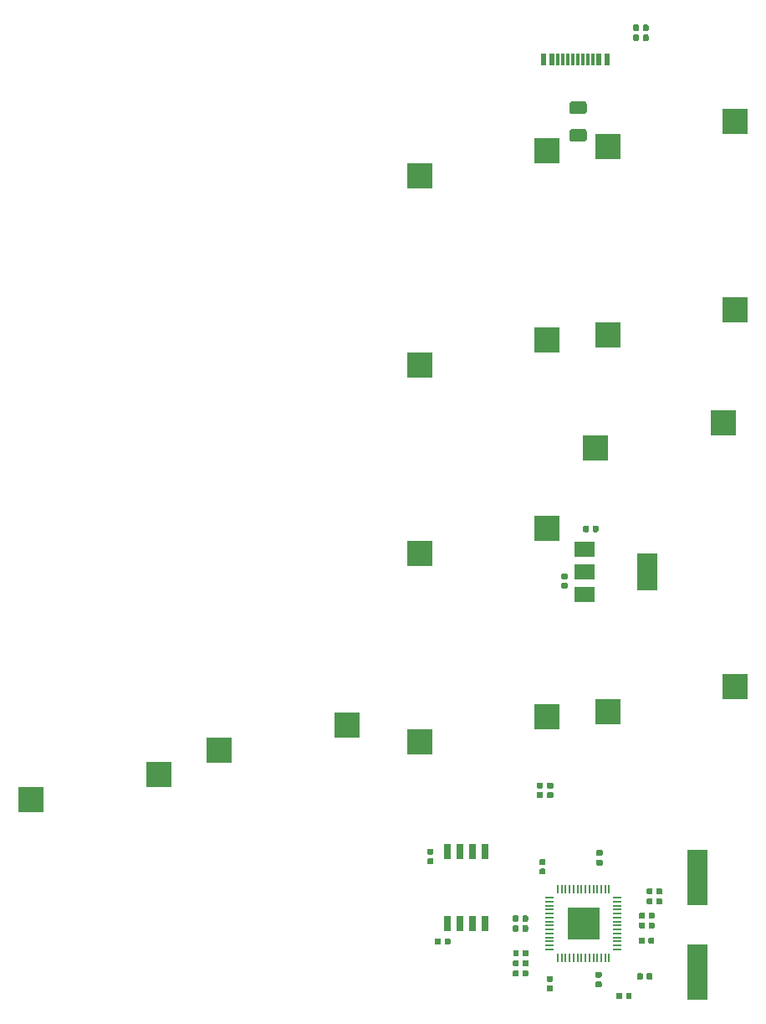
<source format=gbr>
G04 #@! TF.GenerationSoftware,KiCad,Pcbnew,(5.1.4)-1*
G04 #@! TF.CreationDate,2023-05-19T09:13:52-04:00*
G04 #@! TF.ProjectId,ThumbsUp,5468756d-6273-4557-902e-6b696361645f,rev?*
G04 #@! TF.SameCoordinates,Original*
G04 #@! TF.FileFunction,Paste,Bot*
G04 #@! TF.FilePolarity,Positive*
%FSLAX46Y46*%
G04 Gerber Fmt 4.6, Leading zero omitted, Abs format (unit mm)*
G04 Created by KiCad (PCBNEW (5.1.4)-1) date 2023-05-19 09:13:52*
%MOMM*%
%LPD*%
G04 APERTURE LIST*
%ADD10C,0.100000*%
%ADD11C,0.590000*%
%ADD12R,2.550000X2.500000*%
%ADD13R,0.600000X1.160000*%
%ADD14R,0.300000X1.160000*%
%ADD15R,2.100000X5.600000*%
%ADD16R,2.000000X1.500000*%
%ADD17R,2.000000X3.800000*%
%ADD18R,0.650000X1.650000*%
%ADD19R,3.200000X3.200000*%
%ADD20R,0.850000X0.200000*%
%ADD21R,0.200000X0.850000*%
%ADD22C,1.250000*%
G04 APERTURE END LIST*
D10*
G36*
X118676958Y-467080710D02*
G01*
X118691276Y-467082834D01*
X118705317Y-467086351D01*
X118718946Y-467091228D01*
X118732031Y-467097417D01*
X118744447Y-467104858D01*
X118756073Y-467113481D01*
X118766798Y-467123202D01*
X118776519Y-467133927D01*
X118785142Y-467145553D01*
X118792583Y-467157969D01*
X118798772Y-467171054D01*
X118803649Y-467184683D01*
X118807166Y-467198724D01*
X118809290Y-467213042D01*
X118810000Y-467227500D01*
X118810000Y-467572500D01*
X118809290Y-467586958D01*
X118807166Y-467601276D01*
X118803649Y-467615317D01*
X118798772Y-467628946D01*
X118792583Y-467642031D01*
X118785142Y-467654447D01*
X118776519Y-467666073D01*
X118766798Y-467676798D01*
X118756073Y-467686519D01*
X118744447Y-467695142D01*
X118732031Y-467702583D01*
X118718946Y-467708772D01*
X118705317Y-467713649D01*
X118691276Y-467717166D01*
X118676958Y-467719290D01*
X118662500Y-467720000D01*
X118367500Y-467720000D01*
X118353042Y-467719290D01*
X118338724Y-467717166D01*
X118324683Y-467713649D01*
X118311054Y-467708772D01*
X118297969Y-467702583D01*
X118285553Y-467695142D01*
X118273927Y-467686519D01*
X118263202Y-467676798D01*
X118253481Y-467666073D01*
X118244858Y-467654447D01*
X118237417Y-467642031D01*
X118231228Y-467628946D01*
X118226351Y-467615317D01*
X118222834Y-467601276D01*
X118220710Y-467586958D01*
X118220000Y-467572500D01*
X118220000Y-467227500D01*
X118220710Y-467213042D01*
X118222834Y-467198724D01*
X118226351Y-467184683D01*
X118231228Y-467171054D01*
X118237417Y-467157969D01*
X118244858Y-467145553D01*
X118253481Y-467133927D01*
X118263202Y-467123202D01*
X118273927Y-467113481D01*
X118285553Y-467104858D01*
X118297969Y-467097417D01*
X118311054Y-467091228D01*
X118324683Y-467086351D01*
X118338724Y-467082834D01*
X118353042Y-467080710D01*
X118367500Y-467080000D01*
X118662500Y-467080000D01*
X118676958Y-467080710D01*
X118676958Y-467080710D01*
G37*
D11*
X118515000Y-467400000D03*
D10*
G36*
X119646958Y-467080710D02*
G01*
X119661276Y-467082834D01*
X119675317Y-467086351D01*
X119688946Y-467091228D01*
X119702031Y-467097417D01*
X119714447Y-467104858D01*
X119726073Y-467113481D01*
X119736798Y-467123202D01*
X119746519Y-467133927D01*
X119755142Y-467145553D01*
X119762583Y-467157969D01*
X119768772Y-467171054D01*
X119773649Y-467184683D01*
X119777166Y-467198724D01*
X119779290Y-467213042D01*
X119780000Y-467227500D01*
X119780000Y-467572500D01*
X119779290Y-467586958D01*
X119777166Y-467601276D01*
X119773649Y-467615317D01*
X119768772Y-467628946D01*
X119762583Y-467642031D01*
X119755142Y-467654447D01*
X119746519Y-467666073D01*
X119736798Y-467676798D01*
X119726073Y-467686519D01*
X119714447Y-467695142D01*
X119702031Y-467702583D01*
X119688946Y-467708772D01*
X119675317Y-467713649D01*
X119661276Y-467717166D01*
X119646958Y-467719290D01*
X119632500Y-467720000D01*
X119337500Y-467720000D01*
X119323042Y-467719290D01*
X119308724Y-467717166D01*
X119294683Y-467713649D01*
X119281054Y-467708772D01*
X119267969Y-467702583D01*
X119255553Y-467695142D01*
X119243927Y-467686519D01*
X119233202Y-467676798D01*
X119223481Y-467666073D01*
X119214858Y-467654447D01*
X119207417Y-467642031D01*
X119201228Y-467628946D01*
X119196351Y-467615317D01*
X119192834Y-467601276D01*
X119190710Y-467586958D01*
X119190000Y-467572500D01*
X119190000Y-467227500D01*
X119190710Y-467213042D01*
X119192834Y-467198724D01*
X119196351Y-467184683D01*
X119201228Y-467171054D01*
X119207417Y-467157969D01*
X119214858Y-467145553D01*
X119223481Y-467133927D01*
X119233202Y-467123202D01*
X119243927Y-467113481D01*
X119255553Y-467104858D01*
X119267969Y-467097417D01*
X119281054Y-467091228D01*
X119294683Y-467086351D01*
X119308724Y-467082834D01*
X119323042Y-467080710D01*
X119337500Y-467080000D01*
X119632500Y-467080000D01*
X119646958Y-467080710D01*
X119646958Y-467080710D01*
G37*
D11*
X119485000Y-467400000D03*
D12*
X109117789Y-422052952D03*
X96190789Y-424592952D03*
X128167790Y-380960000D03*
X115240790Y-383500000D03*
X109117790Y-383940000D03*
X96190790Y-386480000D03*
X128167789Y-438102952D03*
X115240789Y-440642952D03*
X113997789Y-413972952D03*
X126924789Y-411432952D03*
X115240790Y-402542952D03*
X128167790Y-400002952D03*
X109117790Y-441102952D03*
X96190790Y-443642952D03*
X96190790Y-405542952D03*
X109117790Y-403002952D03*
X75897789Y-444522953D03*
X88824789Y-441982953D03*
X56847789Y-449522952D03*
X69774789Y-446982952D03*
D10*
G36*
X117556958Y-469055710D02*
G01*
X117571276Y-469057834D01*
X117585317Y-469061351D01*
X117598946Y-469066228D01*
X117612031Y-469072417D01*
X117624447Y-469079858D01*
X117636073Y-469088481D01*
X117646798Y-469098202D01*
X117656519Y-469108927D01*
X117665142Y-469120553D01*
X117672583Y-469132969D01*
X117678772Y-469146054D01*
X117683649Y-469159683D01*
X117687166Y-469173724D01*
X117689290Y-469188042D01*
X117690000Y-469202500D01*
X117690000Y-469547500D01*
X117689290Y-469561958D01*
X117687166Y-469576276D01*
X117683649Y-469590317D01*
X117678772Y-469603946D01*
X117672583Y-469617031D01*
X117665142Y-469629447D01*
X117656519Y-469641073D01*
X117646798Y-469651798D01*
X117636073Y-469661519D01*
X117624447Y-469670142D01*
X117612031Y-469677583D01*
X117598946Y-469683772D01*
X117585317Y-469688649D01*
X117571276Y-469692166D01*
X117556958Y-469694290D01*
X117542500Y-469695000D01*
X117247500Y-469695000D01*
X117233042Y-469694290D01*
X117218724Y-469692166D01*
X117204683Y-469688649D01*
X117191054Y-469683772D01*
X117177969Y-469677583D01*
X117165553Y-469670142D01*
X117153927Y-469661519D01*
X117143202Y-469651798D01*
X117133481Y-469641073D01*
X117124858Y-469629447D01*
X117117417Y-469617031D01*
X117111228Y-469603946D01*
X117106351Y-469590317D01*
X117102834Y-469576276D01*
X117100710Y-469561958D01*
X117100000Y-469547500D01*
X117100000Y-469202500D01*
X117100710Y-469188042D01*
X117102834Y-469173724D01*
X117106351Y-469159683D01*
X117111228Y-469146054D01*
X117117417Y-469132969D01*
X117124858Y-469120553D01*
X117133481Y-469108927D01*
X117143202Y-469098202D01*
X117153927Y-469088481D01*
X117165553Y-469079858D01*
X117177969Y-469072417D01*
X117191054Y-469066228D01*
X117204683Y-469061351D01*
X117218724Y-469057834D01*
X117233042Y-469055710D01*
X117247500Y-469055000D01*
X117542500Y-469055000D01*
X117556958Y-469055710D01*
X117556958Y-469055710D01*
G37*
D11*
X117395000Y-469375000D03*
D10*
G36*
X116586958Y-469055710D02*
G01*
X116601276Y-469057834D01*
X116615317Y-469061351D01*
X116628946Y-469066228D01*
X116642031Y-469072417D01*
X116654447Y-469079858D01*
X116666073Y-469088481D01*
X116676798Y-469098202D01*
X116686519Y-469108927D01*
X116695142Y-469120553D01*
X116702583Y-469132969D01*
X116708772Y-469146054D01*
X116713649Y-469159683D01*
X116717166Y-469173724D01*
X116719290Y-469188042D01*
X116720000Y-469202500D01*
X116720000Y-469547500D01*
X116719290Y-469561958D01*
X116717166Y-469576276D01*
X116713649Y-469590317D01*
X116708772Y-469603946D01*
X116702583Y-469617031D01*
X116695142Y-469629447D01*
X116686519Y-469641073D01*
X116676798Y-469651798D01*
X116666073Y-469661519D01*
X116654447Y-469670142D01*
X116642031Y-469677583D01*
X116628946Y-469683772D01*
X116615317Y-469688649D01*
X116601276Y-469692166D01*
X116586958Y-469694290D01*
X116572500Y-469695000D01*
X116277500Y-469695000D01*
X116263042Y-469694290D01*
X116248724Y-469692166D01*
X116234683Y-469688649D01*
X116221054Y-469683772D01*
X116207969Y-469677583D01*
X116195553Y-469670142D01*
X116183927Y-469661519D01*
X116173202Y-469651798D01*
X116163481Y-469641073D01*
X116154858Y-469629447D01*
X116147417Y-469617031D01*
X116141228Y-469603946D01*
X116136351Y-469590317D01*
X116132834Y-469576276D01*
X116130710Y-469561958D01*
X116130000Y-469547500D01*
X116130000Y-469202500D01*
X116130710Y-469188042D01*
X116132834Y-469173724D01*
X116136351Y-469159683D01*
X116141228Y-469146054D01*
X116147417Y-469132969D01*
X116154858Y-469120553D01*
X116163481Y-469108927D01*
X116173202Y-469098202D01*
X116183927Y-469088481D01*
X116195553Y-469079858D01*
X116207969Y-469072417D01*
X116221054Y-469066228D01*
X116234683Y-469061351D01*
X116248724Y-469057834D01*
X116263042Y-469055710D01*
X116277500Y-469055000D01*
X116572500Y-469055000D01*
X116586958Y-469055710D01*
X116586958Y-469055710D01*
G37*
D11*
X116425000Y-469375000D03*
D10*
G36*
X109612958Y-447797710D02*
G01*
X109627276Y-447799834D01*
X109641317Y-447803351D01*
X109654946Y-447808228D01*
X109668031Y-447814417D01*
X109680447Y-447821858D01*
X109692073Y-447830481D01*
X109702798Y-447840202D01*
X109712519Y-447850927D01*
X109721142Y-447862553D01*
X109728583Y-447874969D01*
X109734772Y-447888054D01*
X109739649Y-447901683D01*
X109743166Y-447915724D01*
X109745290Y-447930042D01*
X109746000Y-447944500D01*
X109746000Y-448239500D01*
X109745290Y-448253958D01*
X109743166Y-448268276D01*
X109739649Y-448282317D01*
X109734772Y-448295946D01*
X109728583Y-448309031D01*
X109721142Y-448321447D01*
X109712519Y-448333073D01*
X109702798Y-448343798D01*
X109692073Y-448353519D01*
X109680447Y-448362142D01*
X109668031Y-448369583D01*
X109654946Y-448375772D01*
X109641317Y-448380649D01*
X109627276Y-448384166D01*
X109612958Y-448386290D01*
X109598500Y-448387000D01*
X109253500Y-448387000D01*
X109239042Y-448386290D01*
X109224724Y-448384166D01*
X109210683Y-448380649D01*
X109197054Y-448375772D01*
X109183969Y-448369583D01*
X109171553Y-448362142D01*
X109159927Y-448353519D01*
X109149202Y-448343798D01*
X109139481Y-448333073D01*
X109130858Y-448321447D01*
X109123417Y-448309031D01*
X109117228Y-448295946D01*
X109112351Y-448282317D01*
X109108834Y-448268276D01*
X109106710Y-448253958D01*
X109106000Y-448239500D01*
X109106000Y-447944500D01*
X109106710Y-447930042D01*
X109108834Y-447915724D01*
X109112351Y-447901683D01*
X109117228Y-447888054D01*
X109123417Y-447874969D01*
X109130858Y-447862553D01*
X109139481Y-447850927D01*
X109149202Y-447840202D01*
X109159927Y-447830481D01*
X109171553Y-447821858D01*
X109183969Y-447814417D01*
X109197054Y-447808228D01*
X109210683Y-447803351D01*
X109224724Y-447799834D01*
X109239042Y-447797710D01*
X109253500Y-447797000D01*
X109598500Y-447797000D01*
X109612958Y-447797710D01*
X109612958Y-447797710D01*
G37*
D11*
X109426000Y-448092000D03*
D10*
G36*
X109612958Y-448767710D02*
G01*
X109627276Y-448769834D01*
X109641317Y-448773351D01*
X109654946Y-448778228D01*
X109668031Y-448784417D01*
X109680447Y-448791858D01*
X109692073Y-448800481D01*
X109702798Y-448810202D01*
X109712519Y-448820927D01*
X109721142Y-448832553D01*
X109728583Y-448844969D01*
X109734772Y-448858054D01*
X109739649Y-448871683D01*
X109743166Y-448885724D01*
X109745290Y-448900042D01*
X109746000Y-448914500D01*
X109746000Y-449209500D01*
X109745290Y-449223958D01*
X109743166Y-449238276D01*
X109739649Y-449252317D01*
X109734772Y-449265946D01*
X109728583Y-449279031D01*
X109721142Y-449291447D01*
X109712519Y-449303073D01*
X109702798Y-449313798D01*
X109692073Y-449323519D01*
X109680447Y-449332142D01*
X109668031Y-449339583D01*
X109654946Y-449345772D01*
X109641317Y-449350649D01*
X109627276Y-449354166D01*
X109612958Y-449356290D01*
X109598500Y-449357000D01*
X109253500Y-449357000D01*
X109239042Y-449356290D01*
X109224724Y-449354166D01*
X109210683Y-449350649D01*
X109197054Y-449345772D01*
X109183969Y-449339583D01*
X109171553Y-449332142D01*
X109159927Y-449323519D01*
X109149202Y-449313798D01*
X109139481Y-449303073D01*
X109130858Y-449291447D01*
X109123417Y-449279031D01*
X109117228Y-449265946D01*
X109112351Y-449252317D01*
X109108834Y-449238276D01*
X109106710Y-449223958D01*
X109106000Y-449209500D01*
X109106000Y-448914500D01*
X109106710Y-448900042D01*
X109108834Y-448885724D01*
X109112351Y-448871683D01*
X109117228Y-448858054D01*
X109123417Y-448844969D01*
X109130858Y-448832553D01*
X109139481Y-448820927D01*
X109149202Y-448810202D01*
X109159927Y-448800481D01*
X109171553Y-448791858D01*
X109183969Y-448784417D01*
X109197054Y-448778228D01*
X109210683Y-448773351D01*
X109224724Y-448769834D01*
X109239042Y-448767710D01*
X109253500Y-448767000D01*
X109598500Y-448767000D01*
X109612958Y-448767710D01*
X109612958Y-448767710D01*
G37*
D11*
X109426000Y-449062000D03*
D10*
G36*
X108562958Y-447797710D02*
G01*
X108577276Y-447799834D01*
X108591317Y-447803351D01*
X108604946Y-447808228D01*
X108618031Y-447814417D01*
X108630447Y-447821858D01*
X108642073Y-447830481D01*
X108652798Y-447840202D01*
X108662519Y-447850927D01*
X108671142Y-447862553D01*
X108678583Y-447874969D01*
X108684772Y-447888054D01*
X108689649Y-447901683D01*
X108693166Y-447915724D01*
X108695290Y-447930042D01*
X108696000Y-447944500D01*
X108696000Y-448239500D01*
X108695290Y-448253958D01*
X108693166Y-448268276D01*
X108689649Y-448282317D01*
X108684772Y-448295946D01*
X108678583Y-448309031D01*
X108671142Y-448321447D01*
X108662519Y-448333073D01*
X108652798Y-448343798D01*
X108642073Y-448353519D01*
X108630447Y-448362142D01*
X108618031Y-448369583D01*
X108604946Y-448375772D01*
X108591317Y-448380649D01*
X108577276Y-448384166D01*
X108562958Y-448386290D01*
X108548500Y-448387000D01*
X108203500Y-448387000D01*
X108189042Y-448386290D01*
X108174724Y-448384166D01*
X108160683Y-448380649D01*
X108147054Y-448375772D01*
X108133969Y-448369583D01*
X108121553Y-448362142D01*
X108109927Y-448353519D01*
X108099202Y-448343798D01*
X108089481Y-448333073D01*
X108080858Y-448321447D01*
X108073417Y-448309031D01*
X108067228Y-448295946D01*
X108062351Y-448282317D01*
X108058834Y-448268276D01*
X108056710Y-448253958D01*
X108056000Y-448239500D01*
X108056000Y-447944500D01*
X108056710Y-447930042D01*
X108058834Y-447915724D01*
X108062351Y-447901683D01*
X108067228Y-447888054D01*
X108073417Y-447874969D01*
X108080858Y-447862553D01*
X108089481Y-447850927D01*
X108099202Y-447840202D01*
X108109927Y-447830481D01*
X108121553Y-447821858D01*
X108133969Y-447814417D01*
X108147054Y-447808228D01*
X108160683Y-447803351D01*
X108174724Y-447799834D01*
X108189042Y-447797710D01*
X108203500Y-447797000D01*
X108548500Y-447797000D01*
X108562958Y-447797710D01*
X108562958Y-447797710D01*
G37*
D11*
X108376000Y-448092000D03*
D10*
G36*
X108562958Y-448767710D02*
G01*
X108577276Y-448769834D01*
X108591317Y-448773351D01*
X108604946Y-448778228D01*
X108618031Y-448784417D01*
X108630447Y-448791858D01*
X108642073Y-448800481D01*
X108652798Y-448810202D01*
X108662519Y-448820927D01*
X108671142Y-448832553D01*
X108678583Y-448844969D01*
X108684772Y-448858054D01*
X108689649Y-448871683D01*
X108693166Y-448885724D01*
X108695290Y-448900042D01*
X108696000Y-448914500D01*
X108696000Y-449209500D01*
X108695290Y-449223958D01*
X108693166Y-449238276D01*
X108689649Y-449252317D01*
X108684772Y-449265946D01*
X108678583Y-449279031D01*
X108671142Y-449291447D01*
X108662519Y-449303073D01*
X108652798Y-449313798D01*
X108642073Y-449323519D01*
X108630447Y-449332142D01*
X108618031Y-449339583D01*
X108604946Y-449345772D01*
X108591317Y-449350649D01*
X108577276Y-449354166D01*
X108562958Y-449356290D01*
X108548500Y-449357000D01*
X108203500Y-449357000D01*
X108189042Y-449356290D01*
X108174724Y-449354166D01*
X108160683Y-449350649D01*
X108147054Y-449345772D01*
X108133969Y-449339583D01*
X108121553Y-449332142D01*
X108109927Y-449323519D01*
X108099202Y-449313798D01*
X108089481Y-449303073D01*
X108080858Y-449291447D01*
X108073417Y-449279031D01*
X108067228Y-449265946D01*
X108062351Y-449252317D01*
X108058834Y-449238276D01*
X108056710Y-449223958D01*
X108056000Y-449209500D01*
X108056000Y-448914500D01*
X108056710Y-448900042D01*
X108058834Y-448885724D01*
X108062351Y-448871683D01*
X108067228Y-448858054D01*
X108073417Y-448844969D01*
X108080858Y-448832553D01*
X108089481Y-448820927D01*
X108099202Y-448810202D01*
X108109927Y-448800481D01*
X108121553Y-448791858D01*
X108133969Y-448784417D01*
X108147054Y-448778228D01*
X108160683Y-448773351D01*
X108174724Y-448769834D01*
X108189042Y-448767710D01*
X108203500Y-448767000D01*
X108548500Y-448767000D01*
X108562958Y-448767710D01*
X108562958Y-448767710D01*
G37*
D11*
X108376000Y-449062000D03*
D10*
G36*
X118286958Y-372155710D02*
G01*
X118301276Y-372157834D01*
X118315317Y-372161351D01*
X118328946Y-372166228D01*
X118342031Y-372172417D01*
X118354447Y-372179858D01*
X118366073Y-372188481D01*
X118376798Y-372198202D01*
X118386519Y-372208927D01*
X118395142Y-372220553D01*
X118402583Y-372232969D01*
X118408772Y-372246054D01*
X118413649Y-372259683D01*
X118417166Y-372273724D01*
X118419290Y-372288042D01*
X118420000Y-372302500D01*
X118420000Y-372647500D01*
X118419290Y-372661958D01*
X118417166Y-372676276D01*
X118413649Y-372690317D01*
X118408772Y-372703946D01*
X118402583Y-372717031D01*
X118395142Y-372729447D01*
X118386519Y-372741073D01*
X118376798Y-372751798D01*
X118366073Y-372761519D01*
X118354447Y-372770142D01*
X118342031Y-372777583D01*
X118328946Y-372783772D01*
X118315317Y-372788649D01*
X118301276Y-372792166D01*
X118286958Y-372794290D01*
X118272500Y-372795000D01*
X117977500Y-372795000D01*
X117963042Y-372794290D01*
X117948724Y-372792166D01*
X117934683Y-372788649D01*
X117921054Y-372783772D01*
X117907969Y-372777583D01*
X117895553Y-372770142D01*
X117883927Y-372761519D01*
X117873202Y-372751798D01*
X117863481Y-372741073D01*
X117854858Y-372729447D01*
X117847417Y-372717031D01*
X117841228Y-372703946D01*
X117836351Y-372690317D01*
X117832834Y-372676276D01*
X117830710Y-372661958D01*
X117830000Y-372647500D01*
X117830000Y-372302500D01*
X117830710Y-372288042D01*
X117832834Y-372273724D01*
X117836351Y-372259683D01*
X117841228Y-372246054D01*
X117847417Y-372232969D01*
X117854858Y-372220553D01*
X117863481Y-372208927D01*
X117873202Y-372198202D01*
X117883927Y-372188481D01*
X117895553Y-372179858D01*
X117907969Y-372172417D01*
X117921054Y-372166228D01*
X117934683Y-372161351D01*
X117948724Y-372157834D01*
X117963042Y-372155710D01*
X117977500Y-372155000D01*
X118272500Y-372155000D01*
X118286958Y-372155710D01*
X118286958Y-372155710D01*
G37*
D11*
X118125000Y-372475000D03*
D10*
G36*
X119256958Y-372155710D02*
G01*
X119271276Y-372157834D01*
X119285317Y-372161351D01*
X119298946Y-372166228D01*
X119312031Y-372172417D01*
X119324447Y-372179858D01*
X119336073Y-372188481D01*
X119346798Y-372198202D01*
X119356519Y-372208927D01*
X119365142Y-372220553D01*
X119372583Y-372232969D01*
X119378772Y-372246054D01*
X119383649Y-372259683D01*
X119387166Y-372273724D01*
X119389290Y-372288042D01*
X119390000Y-372302500D01*
X119390000Y-372647500D01*
X119389290Y-372661958D01*
X119387166Y-372676276D01*
X119383649Y-372690317D01*
X119378772Y-372703946D01*
X119372583Y-372717031D01*
X119365142Y-372729447D01*
X119356519Y-372741073D01*
X119346798Y-372751798D01*
X119336073Y-372761519D01*
X119324447Y-372770142D01*
X119312031Y-372777583D01*
X119298946Y-372783772D01*
X119285317Y-372788649D01*
X119271276Y-372792166D01*
X119256958Y-372794290D01*
X119242500Y-372795000D01*
X118947500Y-372795000D01*
X118933042Y-372794290D01*
X118918724Y-372792166D01*
X118904683Y-372788649D01*
X118891054Y-372783772D01*
X118877969Y-372777583D01*
X118865553Y-372770142D01*
X118853927Y-372761519D01*
X118843202Y-372751798D01*
X118833481Y-372741073D01*
X118824858Y-372729447D01*
X118817417Y-372717031D01*
X118811228Y-372703946D01*
X118806351Y-372690317D01*
X118802834Y-372676276D01*
X118800710Y-372661958D01*
X118800000Y-372647500D01*
X118800000Y-372302500D01*
X118800710Y-372288042D01*
X118802834Y-372273724D01*
X118806351Y-372259683D01*
X118811228Y-372246054D01*
X118817417Y-372232969D01*
X118824858Y-372220553D01*
X118833481Y-372208927D01*
X118843202Y-372198202D01*
X118853927Y-372188481D01*
X118865553Y-372179858D01*
X118877969Y-372172417D01*
X118891054Y-372166228D01*
X118904683Y-372161351D01*
X118918724Y-372157834D01*
X118933042Y-372155710D01*
X118947500Y-372155000D01*
X119242500Y-372155000D01*
X119256958Y-372155710D01*
X119256958Y-372155710D01*
G37*
D11*
X119095000Y-372475000D03*
D10*
G36*
X119256958Y-371155710D02*
G01*
X119271276Y-371157834D01*
X119285317Y-371161351D01*
X119298946Y-371166228D01*
X119312031Y-371172417D01*
X119324447Y-371179858D01*
X119336073Y-371188481D01*
X119346798Y-371198202D01*
X119356519Y-371208927D01*
X119365142Y-371220553D01*
X119372583Y-371232969D01*
X119378772Y-371246054D01*
X119383649Y-371259683D01*
X119387166Y-371273724D01*
X119389290Y-371288042D01*
X119390000Y-371302500D01*
X119390000Y-371647500D01*
X119389290Y-371661958D01*
X119387166Y-371676276D01*
X119383649Y-371690317D01*
X119378772Y-371703946D01*
X119372583Y-371717031D01*
X119365142Y-371729447D01*
X119356519Y-371741073D01*
X119346798Y-371751798D01*
X119336073Y-371761519D01*
X119324447Y-371770142D01*
X119312031Y-371777583D01*
X119298946Y-371783772D01*
X119285317Y-371788649D01*
X119271276Y-371792166D01*
X119256958Y-371794290D01*
X119242500Y-371795000D01*
X118947500Y-371795000D01*
X118933042Y-371794290D01*
X118918724Y-371792166D01*
X118904683Y-371788649D01*
X118891054Y-371783772D01*
X118877969Y-371777583D01*
X118865553Y-371770142D01*
X118853927Y-371761519D01*
X118843202Y-371751798D01*
X118833481Y-371741073D01*
X118824858Y-371729447D01*
X118817417Y-371717031D01*
X118811228Y-371703946D01*
X118806351Y-371690317D01*
X118802834Y-371676276D01*
X118800710Y-371661958D01*
X118800000Y-371647500D01*
X118800000Y-371302500D01*
X118800710Y-371288042D01*
X118802834Y-371273724D01*
X118806351Y-371259683D01*
X118811228Y-371246054D01*
X118817417Y-371232969D01*
X118824858Y-371220553D01*
X118833481Y-371208927D01*
X118843202Y-371198202D01*
X118853927Y-371188481D01*
X118865553Y-371179858D01*
X118877969Y-371172417D01*
X118891054Y-371166228D01*
X118904683Y-371161351D01*
X118918724Y-371157834D01*
X118933042Y-371155710D01*
X118947500Y-371155000D01*
X119242500Y-371155000D01*
X119256958Y-371155710D01*
X119256958Y-371155710D01*
G37*
D11*
X119095000Y-371475000D03*
D10*
G36*
X118286958Y-371155710D02*
G01*
X118301276Y-371157834D01*
X118315317Y-371161351D01*
X118328946Y-371166228D01*
X118342031Y-371172417D01*
X118354447Y-371179858D01*
X118366073Y-371188481D01*
X118376798Y-371198202D01*
X118386519Y-371208927D01*
X118395142Y-371220553D01*
X118402583Y-371232969D01*
X118408772Y-371246054D01*
X118413649Y-371259683D01*
X118417166Y-371273724D01*
X118419290Y-371288042D01*
X118420000Y-371302500D01*
X118420000Y-371647500D01*
X118419290Y-371661958D01*
X118417166Y-371676276D01*
X118413649Y-371690317D01*
X118408772Y-371703946D01*
X118402583Y-371717031D01*
X118395142Y-371729447D01*
X118386519Y-371741073D01*
X118376798Y-371751798D01*
X118366073Y-371761519D01*
X118354447Y-371770142D01*
X118342031Y-371777583D01*
X118328946Y-371783772D01*
X118315317Y-371788649D01*
X118301276Y-371792166D01*
X118286958Y-371794290D01*
X118272500Y-371795000D01*
X117977500Y-371795000D01*
X117963042Y-371794290D01*
X117948724Y-371792166D01*
X117934683Y-371788649D01*
X117921054Y-371783772D01*
X117907969Y-371777583D01*
X117895553Y-371770142D01*
X117883927Y-371761519D01*
X117873202Y-371751798D01*
X117863481Y-371741073D01*
X117854858Y-371729447D01*
X117847417Y-371717031D01*
X117841228Y-371703946D01*
X117836351Y-371690317D01*
X117832834Y-371676276D01*
X117830710Y-371661958D01*
X117830000Y-371647500D01*
X117830000Y-371302500D01*
X117830710Y-371288042D01*
X117832834Y-371273724D01*
X117836351Y-371259683D01*
X117841228Y-371246054D01*
X117847417Y-371232969D01*
X117854858Y-371220553D01*
X117863481Y-371208927D01*
X117873202Y-371198202D01*
X117883927Y-371188481D01*
X117895553Y-371179858D01*
X117907969Y-371172417D01*
X117921054Y-371166228D01*
X117934683Y-371161351D01*
X117948724Y-371157834D01*
X117963042Y-371155710D01*
X117977500Y-371155000D01*
X118272500Y-371155000D01*
X118286958Y-371155710D01*
X118286958Y-371155710D01*
G37*
D11*
X118125000Y-371475000D03*
D10*
G36*
X111061958Y-427615710D02*
G01*
X111076276Y-427617834D01*
X111090317Y-427621351D01*
X111103946Y-427626228D01*
X111117031Y-427632417D01*
X111129447Y-427639858D01*
X111141073Y-427648481D01*
X111151798Y-427658202D01*
X111161519Y-427668927D01*
X111170142Y-427680553D01*
X111177583Y-427692969D01*
X111183772Y-427706054D01*
X111188649Y-427719683D01*
X111192166Y-427733724D01*
X111194290Y-427748042D01*
X111195000Y-427762500D01*
X111195000Y-428057500D01*
X111194290Y-428071958D01*
X111192166Y-428086276D01*
X111188649Y-428100317D01*
X111183772Y-428113946D01*
X111177583Y-428127031D01*
X111170142Y-428139447D01*
X111161519Y-428151073D01*
X111151798Y-428161798D01*
X111141073Y-428171519D01*
X111129447Y-428180142D01*
X111117031Y-428187583D01*
X111103946Y-428193772D01*
X111090317Y-428198649D01*
X111076276Y-428202166D01*
X111061958Y-428204290D01*
X111047500Y-428205000D01*
X110702500Y-428205000D01*
X110688042Y-428204290D01*
X110673724Y-428202166D01*
X110659683Y-428198649D01*
X110646054Y-428193772D01*
X110632969Y-428187583D01*
X110620553Y-428180142D01*
X110608927Y-428171519D01*
X110598202Y-428161798D01*
X110588481Y-428151073D01*
X110579858Y-428139447D01*
X110572417Y-428127031D01*
X110566228Y-428113946D01*
X110561351Y-428100317D01*
X110557834Y-428086276D01*
X110555710Y-428071958D01*
X110555000Y-428057500D01*
X110555000Y-427762500D01*
X110555710Y-427748042D01*
X110557834Y-427733724D01*
X110561351Y-427719683D01*
X110566228Y-427706054D01*
X110572417Y-427692969D01*
X110579858Y-427680553D01*
X110588481Y-427668927D01*
X110598202Y-427658202D01*
X110608927Y-427648481D01*
X110620553Y-427639858D01*
X110632969Y-427632417D01*
X110646054Y-427626228D01*
X110659683Y-427621351D01*
X110673724Y-427617834D01*
X110688042Y-427615710D01*
X110702500Y-427615000D01*
X111047500Y-427615000D01*
X111061958Y-427615710D01*
X111061958Y-427615710D01*
G37*
D11*
X110875000Y-427910000D03*
D10*
G36*
X111061958Y-426645710D02*
G01*
X111076276Y-426647834D01*
X111090317Y-426651351D01*
X111103946Y-426656228D01*
X111117031Y-426662417D01*
X111129447Y-426669858D01*
X111141073Y-426678481D01*
X111151798Y-426688202D01*
X111161519Y-426698927D01*
X111170142Y-426710553D01*
X111177583Y-426722969D01*
X111183772Y-426736054D01*
X111188649Y-426749683D01*
X111192166Y-426763724D01*
X111194290Y-426778042D01*
X111195000Y-426792500D01*
X111195000Y-427087500D01*
X111194290Y-427101958D01*
X111192166Y-427116276D01*
X111188649Y-427130317D01*
X111183772Y-427143946D01*
X111177583Y-427157031D01*
X111170142Y-427169447D01*
X111161519Y-427181073D01*
X111151798Y-427191798D01*
X111141073Y-427201519D01*
X111129447Y-427210142D01*
X111117031Y-427217583D01*
X111103946Y-427223772D01*
X111090317Y-427228649D01*
X111076276Y-427232166D01*
X111061958Y-427234290D01*
X111047500Y-427235000D01*
X110702500Y-427235000D01*
X110688042Y-427234290D01*
X110673724Y-427232166D01*
X110659683Y-427228649D01*
X110646054Y-427223772D01*
X110632969Y-427217583D01*
X110620553Y-427210142D01*
X110608927Y-427201519D01*
X110598202Y-427191798D01*
X110588481Y-427181073D01*
X110579858Y-427169447D01*
X110572417Y-427157031D01*
X110566228Y-427143946D01*
X110561351Y-427130317D01*
X110557834Y-427116276D01*
X110555710Y-427101958D01*
X110555000Y-427087500D01*
X110555000Y-426792500D01*
X110555710Y-426778042D01*
X110557834Y-426763724D01*
X110561351Y-426749683D01*
X110566228Y-426736054D01*
X110572417Y-426722969D01*
X110579858Y-426710553D01*
X110588481Y-426698927D01*
X110598202Y-426688202D01*
X110608927Y-426678481D01*
X110620553Y-426669858D01*
X110632969Y-426662417D01*
X110646054Y-426656228D01*
X110659683Y-426651351D01*
X110673724Y-426647834D01*
X110688042Y-426645710D01*
X110702500Y-426645000D01*
X111047500Y-426645000D01*
X111061958Y-426645710D01*
X111061958Y-426645710D01*
G37*
D11*
X110875000Y-426940000D03*
D10*
G36*
X107071958Y-466770710D02*
G01*
X107086276Y-466772834D01*
X107100317Y-466776351D01*
X107113946Y-466781228D01*
X107127031Y-466787417D01*
X107139447Y-466794858D01*
X107151073Y-466803481D01*
X107161798Y-466813202D01*
X107171519Y-466823927D01*
X107180142Y-466835553D01*
X107187583Y-466847969D01*
X107193772Y-466861054D01*
X107198649Y-466874683D01*
X107202166Y-466888724D01*
X107204290Y-466903042D01*
X107205000Y-466917500D01*
X107205000Y-467262500D01*
X107204290Y-467276958D01*
X107202166Y-467291276D01*
X107198649Y-467305317D01*
X107193772Y-467318946D01*
X107187583Y-467332031D01*
X107180142Y-467344447D01*
X107171519Y-467356073D01*
X107161798Y-467366798D01*
X107151073Y-467376519D01*
X107139447Y-467385142D01*
X107127031Y-467392583D01*
X107113946Y-467398772D01*
X107100317Y-467403649D01*
X107086276Y-467407166D01*
X107071958Y-467409290D01*
X107057500Y-467410000D01*
X106762500Y-467410000D01*
X106748042Y-467409290D01*
X106733724Y-467407166D01*
X106719683Y-467403649D01*
X106706054Y-467398772D01*
X106692969Y-467392583D01*
X106680553Y-467385142D01*
X106668927Y-467376519D01*
X106658202Y-467366798D01*
X106648481Y-467356073D01*
X106639858Y-467344447D01*
X106632417Y-467332031D01*
X106626228Y-467318946D01*
X106621351Y-467305317D01*
X106617834Y-467291276D01*
X106615710Y-467276958D01*
X106615000Y-467262500D01*
X106615000Y-466917500D01*
X106615710Y-466903042D01*
X106617834Y-466888724D01*
X106621351Y-466874683D01*
X106626228Y-466861054D01*
X106632417Y-466847969D01*
X106639858Y-466835553D01*
X106648481Y-466823927D01*
X106658202Y-466813202D01*
X106668927Y-466803481D01*
X106680553Y-466794858D01*
X106692969Y-466787417D01*
X106706054Y-466781228D01*
X106719683Y-466776351D01*
X106733724Y-466772834D01*
X106748042Y-466770710D01*
X106762500Y-466770000D01*
X107057500Y-466770000D01*
X107071958Y-466770710D01*
X107071958Y-466770710D01*
G37*
D11*
X106910000Y-467090000D03*
D10*
G36*
X106101958Y-466770710D02*
G01*
X106116276Y-466772834D01*
X106130317Y-466776351D01*
X106143946Y-466781228D01*
X106157031Y-466787417D01*
X106169447Y-466794858D01*
X106181073Y-466803481D01*
X106191798Y-466813202D01*
X106201519Y-466823927D01*
X106210142Y-466835553D01*
X106217583Y-466847969D01*
X106223772Y-466861054D01*
X106228649Y-466874683D01*
X106232166Y-466888724D01*
X106234290Y-466903042D01*
X106235000Y-466917500D01*
X106235000Y-467262500D01*
X106234290Y-467276958D01*
X106232166Y-467291276D01*
X106228649Y-467305317D01*
X106223772Y-467318946D01*
X106217583Y-467332031D01*
X106210142Y-467344447D01*
X106201519Y-467356073D01*
X106191798Y-467366798D01*
X106181073Y-467376519D01*
X106169447Y-467385142D01*
X106157031Y-467392583D01*
X106143946Y-467398772D01*
X106130317Y-467403649D01*
X106116276Y-467407166D01*
X106101958Y-467409290D01*
X106087500Y-467410000D01*
X105792500Y-467410000D01*
X105778042Y-467409290D01*
X105763724Y-467407166D01*
X105749683Y-467403649D01*
X105736054Y-467398772D01*
X105722969Y-467392583D01*
X105710553Y-467385142D01*
X105698927Y-467376519D01*
X105688202Y-467366798D01*
X105678481Y-467356073D01*
X105669858Y-467344447D01*
X105662417Y-467332031D01*
X105656228Y-467318946D01*
X105651351Y-467305317D01*
X105647834Y-467291276D01*
X105645710Y-467276958D01*
X105645000Y-467262500D01*
X105645000Y-466917500D01*
X105645710Y-466903042D01*
X105647834Y-466888724D01*
X105651351Y-466874683D01*
X105656228Y-466861054D01*
X105662417Y-466847969D01*
X105669858Y-466835553D01*
X105678481Y-466823927D01*
X105688202Y-466813202D01*
X105698927Y-466803481D01*
X105710553Y-466794858D01*
X105722969Y-466787417D01*
X105736054Y-466781228D01*
X105749683Y-466776351D01*
X105763724Y-466772834D01*
X105778042Y-466770710D01*
X105792500Y-466770000D01*
X106087500Y-466770000D01*
X106101958Y-466770710D01*
X106101958Y-466770710D01*
G37*
D11*
X105940000Y-467090000D03*
D10*
G36*
X119846958Y-460930710D02*
G01*
X119861276Y-460932834D01*
X119875317Y-460936351D01*
X119888946Y-460941228D01*
X119902031Y-460947417D01*
X119914447Y-460954858D01*
X119926073Y-460963481D01*
X119936798Y-460973202D01*
X119946519Y-460983927D01*
X119955142Y-460995553D01*
X119962583Y-461007969D01*
X119968772Y-461021054D01*
X119973649Y-461034683D01*
X119977166Y-461048724D01*
X119979290Y-461063042D01*
X119980000Y-461077500D01*
X119980000Y-461422500D01*
X119979290Y-461436958D01*
X119977166Y-461451276D01*
X119973649Y-461465317D01*
X119968772Y-461478946D01*
X119962583Y-461492031D01*
X119955142Y-461504447D01*
X119946519Y-461516073D01*
X119936798Y-461526798D01*
X119926073Y-461536519D01*
X119914447Y-461545142D01*
X119902031Y-461552583D01*
X119888946Y-461558772D01*
X119875317Y-461563649D01*
X119861276Y-461567166D01*
X119846958Y-461569290D01*
X119832500Y-461570000D01*
X119537500Y-461570000D01*
X119523042Y-461569290D01*
X119508724Y-461567166D01*
X119494683Y-461563649D01*
X119481054Y-461558772D01*
X119467969Y-461552583D01*
X119455553Y-461545142D01*
X119443927Y-461536519D01*
X119433202Y-461526798D01*
X119423481Y-461516073D01*
X119414858Y-461504447D01*
X119407417Y-461492031D01*
X119401228Y-461478946D01*
X119396351Y-461465317D01*
X119392834Y-461451276D01*
X119390710Y-461436958D01*
X119390000Y-461422500D01*
X119390000Y-461077500D01*
X119390710Y-461063042D01*
X119392834Y-461048724D01*
X119396351Y-461034683D01*
X119401228Y-461021054D01*
X119407417Y-461007969D01*
X119414858Y-460995553D01*
X119423481Y-460983927D01*
X119433202Y-460973202D01*
X119443927Y-460963481D01*
X119455553Y-460954858D01*
X119467969Y-460947417D01*
X119481054Y-460941228D01*
X119494683Y-460936351D01*
X119508724Y-460932834D01*
X119523042Y-460930710D01*
X119537500Y-460930000D01*
X119832500Y-460930000D01*
X119846958Y-460930710D01*
X119846958Y-460930710D01*
G37*
D11*
X119685000Y-461250000D03*
D10*
G36*
X118876958Y-460930710D02*
G01*
X118891276Y-460932834D01*
X118905317Y-460936351D01*
X118918946Y-460941228D01*
X118932031Y-460947417D01*
X118944447Y-460954858D01*
X118956073Y-460963481D01*
X118966798Y-460973202D01*
X118976519Y-460983927D01*
X118985142Y-460995553D01*
X118992583Y-461007969D01*
X118998772Y-461021054D01*
X119003649Y-461034683D01*
X119007166Y-461048724D01*
X119009290Y-461063042D01*
X119010000Y-461077500D01*
X119010000Y-461422500D01*
X119009290Y-461436958D01*
X119007166Y-461451276D01*
X119003649Y-461465317D01*
X118998772Y-461478946D01*
X118992583Y-461492031D01*
X118985142Y-461504447D01*
X118976519Y-461516073D01*
X118966798Y-461526798D01*
X118956073Y-461536519D01*
X118944447Y-461545142D01*
X118932031Y-461552583D01*
X118918946Y-461558772D01*
X118905317Y-461563649D01*
X118891276Y-461567166D01*
X118876958Y-461569290D01*
X118862500Y-461570000D01*
X118567500Y-461570000D01*
X118553042Y-461569290D01*
X118538724Y-461567166D01*
X118524683Y-461563649D01*
X118511054Y-461558772D01*
X118497969Y-461552583D01*
X118485553Y-461545142D01*
X118473927Y-461536519D01*
X118463202Y-461526798D01*
X118453481Y-461516073D01*
X118444858Y-461504447D01*
X118437417Y-461492031D01*
X118431228Y-461478946D01*
X118426351Y-461465317D01*
X118422834Y-461451276D01*
X118420710Y-461436958D01*
X118420000Y-461422500D01*
X118420000Y-461077500D01*
X118420710Y-461063042D01*
X118422834Y-461048724D01*
X118426351Y-461034683D01*
X118431228Y-461021054D01*
X118437417Y-461007969D01*
X118444858Y-460995553D01*
X118453481Y-460983927D01*
X118463202Y-460973202D01*
X118473927Y-460963481D01*
X118485553Y-460954858D01*
X118497969Y-460947417D01*
X118511054Y-460941228D01*
X118524683Y-460936351D01*
X118538724Y-460932834D01*
X118553042Y-460930710D01*
X118567500Y-460930000D01*
X118862500Y-460930000D01*
X118876958Y-460930710D01*
X118876958Y-460930710D01*
G37*
D11*
X118715000Y-461250000D03*
D10*
G36*
X97486958Y-454485710D02*
G01*
X97501276Y-454487834D01*
X97515317Y-454491351D01*
X97528946Y-454496228D01*
X97542031Y-454502417D01*
X97554447Y-454509858D01*
X97566073Y-454518481D01*
X97576798Y-454528202D01*
X97586519Y-454538927D01*
X97595142Y-454550553D01*
X97602583Y-454562969D01*
X97608772Y-454576054D01*
X97613649Y-454589683D01*
X97617166Y-454603724D01*
X97619290Y-454618042D01*
X97620000Y-454632500D01*
X97620000Y-454927500D01*
X97619290Y-454941958D01*
X97617166Y-454956276D01*
X97613649Y-454970317D01*
X97608772Y-454983946D01*
X97602583Y-454997031D01*
X97595142Y-455009447D01*
X97586519Y-455021073D01*
X97576798Y-455031798D01*
X97566073Y-455041519D01*
X97554447Y-455050142D01*
X97542031Y-455057583D01*
X97528946Y-455063772D01*
X97515317Y-455068649D01*
X97501276Y-455072166D01*
X97486958Y-455074290D01*
X97472500Y-455075000D01*
X97127500Y-455075000D01*
X97113042Y-455074290D01*
X97098724Y-455072166D01*
X97084683Y-455068649D01*
X97071054Y-455063772D01*
X97057969Y-455057583D01*
X97045553Y-455050142D01*
X97033927Y-455041519D01*
X97023202Y-455031798D01*
X97013481Y-455021073D01*
X97004858Y-455009447D01*
X96997417Y-454997031D01*
X96991228Y-454983946D01*
X96986351Y-454970317D01*
X96982834Y-454956276D01*
X96980710Y-454941958D01*
X96980000Y-454927500D01*
X96980000Y-454632500D01*
X96980710Y-454618042D01*
X96982834Y-454603724D01*
X96986351Y-454589683D01*
X96991228Y-454576054D01*
X96997417Y-454562969D01*
X97004858Y-454550553D01*
X97013481Y-454538927D01*
X97023202Y-454528202D01*
X97033927Y-454518481D01*
X97045553Y-454509858D01*
X97057969Y-454502417D01*
X97071054Y-454496228D01*
X97084683Y-454491351D01*
X97098724Y-454487834D01*
X97113042Y-454485710D01*
X97127500Y-454485000D01*
X97472500Y-454485000D01*
X97486958Y-454485710D01*
X97486958Y-454485710D01*
G37*
D11*
X97300000Y-454780000D03*
D10*
G36*
X97486958Y-455455710D02*
G01*
X97501276Y-455457834D01*
X97515317Y-455461351D01*
X97528946Y-455466228D01*
X97542031Y-455472417D01*
X97554447Y-455479858D01*
X97566073Y-455488481D01*
X97576798Y-455498202D01*
X97586519Y-455508927D01*
X97595142Y-455520553D01*
X97602583Y-455532969D01*
X97608772Y-455546054D01*
X97613649Y-455559683D01*
X97617166Y-455573724D01*
X97619290Y-455588042D01*
X97620000Y-455602500D01*
X97620000Y-455897500D01*
X97619290Y-455911958D01*
X97617166Y-455926276D01*
X97613649Y-455940317D01*
X97608772Y-455953946D01*
X97602583Y-455967031D01*
X97595142Y-455979447D01*
X97586519Y-455991073D01*
X97576798Y-456001798D01*
X97566073Y-456011519D01*
X97554447Y-456020142D01*
X97542031Y-456027583D01*
X97528946Y-456033772D01*
X97515317Y-456038649D01*
X97501276Y-456042166D01*
X97486958Y-456044290D01*
X97472500Y-456045000D01*
X97127500Y-456045000D01*
X97113042Y-456044290D01*
X97098724Y-456042166D01*
X97084683Y-456038649D01*
X97071054Y-456033772D01*
X97057969Y-456027583D01*
X97045553Y-456020142D01*
X97033927Y-456011519D01*
X97023202Y-456001798D01*
X97013481Y-455991073D01*
X97004858Y-455979447D01*
X96997417Y-455967031D01*
X96991228Y-455953946D01*
X96986351Y-455940317D01*
X96982834Y-455926276D01*
X96980710Y-455911958D01*
X96980000Y-455897500D01*
X96980000Y-455602500D01*
X96980710Y-455588042D01*
X96982834Y-455573724D01*
X96986351Y-455559683D01*
X96991228Y-455546054D01*
X96997417Y-455532969D01*
X97004858Y-455520553D01*
X97013481Y-455508927D01*
X97023202Y-455498202D01*
X97033927Y-455488481D01*
X97045553Y-455479858D01*
X97057969Y-455472417D01*
X97071054Y-455466228D01*
X97084683Y-455461351D01*
X97098724Y-455457834D01*
X97113042Y-455455710D01*
X97127500Y-455455000D01*
X97472500Y-455455000D01*
X97486958Y-455455710D01*
X97486958Y-455455710D01*
G37*
D11*
X97300000Y-455750000D03*
D10*
G36*
X109586958Y-468325710D02*
G01*
X109601276Y-468327834D01*
X109615317Y-468331351D01*
X109628946Y-468336228D01*
X109642031Y-468342417D01*
X109654447Y-468349858D01*
X109666073Y-468358481D01*
X109676798Y-468368202D01*
X109686519Y-468378927D01*
X109695142Y-468390553D01*
X109702583Y-468402969D01*
X109708772Y-468416054D01*
X109713649Y-468429683D01*
X109717166Y-468443724D01*
X109719290Y-468458042D01*
X109720000Y-468472500D01*
X109720000Y-468767500D01*
X109719290Y-468781958D01*
X109717166Y-468796276D01*
X109713649Y-468810317D01*
X109708772Y-468823946D01*
X109702583Y-468837031D01*
X109695142Y-468849447D01*
X109686519Y-468861073D01*
X109676798Y-468871798D01*
X109666073Y-468881519D01*
X109654447Y-468890142D01*
X109642031Y-468897583D01*
X109628946Y-468903772D01*
X109615317Y-468908649D01*
X109601276Y-468912166D01*
X109586958Y-468914290D01*
X109572500Y-468915000D01*
X109227500Y-468915000D01*
X109213042Y-468914290D01*
X109198724Y-468912166D01*
X109184683Y-468908649D01*
X109171054Y-468903772D01*
X109157969Y-468897583D01*
X109145553Y-468890142D01*
X109133927Y-468881519D01*
X109123202Y-468871798D01*
X109113481Y-468861073D01*
X109104858Y-468849447D01*
X109097417Y-468837031D01*
X109091228Y-468823946D01*
X109086351Y-468810317D01*
X109082834Y-468796276D01*
X109080710Y-468781958D01*
X109080000Y-468767500D01*
X109080000Y-468472500D01*
X109080710Y-468458042D01*
X109082834Y-468443724D01*
X109086351Y-468429683D01*
X109091228Y-468416054D01*
X109097417Y-468402969D01*
X109104858Y-468390553D01*
X109113481Y-468378927D01*
X109123202Y-468368202D01*
X109133927Y-468358481D01*
X109145553Y-468349858D01*
X109157969Y-468342417D01*
X109171054Y-468336228D01*
X109184683Y-468331351D01*
X109198724Y-468327834D01*
X109213042Y-468325710D01*
X109227500Y-468325000D01*
X109572500Y-468325000D01*
X109586958Y-468325710D01*
X109586958Y-468325710D01*
G37*
D11*
X109400000Y-468620000D03*
D10*
G36*
X109586958Y-467355710D02*
G01*
X109601276Y-467357834D01*
X109615317Y-467361351D01*
X109628946Y-467366228D01*
X109642031Y-467372417D01*
X109654447Y-467379858D01*
X109666073Y-467388481D01*
X109676798Y-467398202D01*
X109686519Y-467408927D01*
X109695142Y-467420553D01*
X109702583Y-467432969D01*
X109708772Y-467446054D01*
X109713649Y-467459683D01*
X109717166Y-467473724D01*
X109719290Y-467488042D01*
X109720000Y-467502500D01*
X109720000Y-467797500D01*
X109719290Y-467811958D01*
X109717166Y-467826276D01*
X109713649Y-467840317D01*
X109708772Y-467853946D01*
X109702583Y-467867031D01*
X109695142Y-467879447D01*
X109686519Y-467891073D01*
X109676798Y-467901798D01*
X109666073Y-467911519D01*
X109654447Y-467920142D01*
X109642031Y-467927583D01*
X109628946Y-467933772D01*
X109615317Y-467938649D01*
X109601276Y-467942166D01*
X109586958Y-467944290D01*
X109572500Y-467945000D01*
X109227500Y-467945000D01*
X109213042Y-467944290D01*
X109198724Y-467942166D01*
X109184683Y-467938649D01*
X109171054Y-467933772D01*
X109157969Y-467927583D01*
X109145553Y-467920142D01*
X109133927Y-467911519D01*
X109123202Y-467901798D01*
X109113481Y-467891073D01*
X109104858Y-467879447D01*
X109097417Y-467867031D01*
X109091228Y-467853946D01*
X109086351Y-467840317D01*
X109082834Y-467826276D01*
X109080710Y-467811958D01*
X109080000Y-467797500D01*
X109080000Y-467502500D01*
X109080710Y-467488042D01*
X109082834Y-467473724D01*
X109086351Y-467459683D01*
X109091228Y-467446054D01*
X109097417Y-467432969D01*
X109104858Y-467420553D01*
X109113481Y-467408927D01*
X109123202Y-467398202D01*
X109133927Y-467388481D01*
X109145553Y-467379858D01*
X109157969Y-467372417D01*
X109171054Y-467366228D01*
X109184683Y-467361351D01*
X109198724Y-467357834D01*
X109213042Y-467355710D01*
X109227500Y-467355000D01*
X109572500Y-467355000D01*
X109586958Y-467355710D01*
X109586958Y-467355710D01*
G37*
D11*
X109400000Y-467650000D03*
D10*
G36*
X114611958Y-454620710D02*
G01*
X114626276Y-454622834D01*
X114640317Y-454626351D01*
X114653946Y-454631228D01*
X114667031Y-454637417D01*
X114679447Y-454644858D01*
X114691073Y-454653481D01*
X114701798Y-454663202D01*
X114711519Y-454673927D01*
X114720142Y-454685553D01*
X114727583Y-454697969D01*
X114733772Y-454711054D01*
X114738649Y-454724683D01*
X114742166Y-454738724D01*
X114744290Y-454753042D01*
X114745000Y-454767500D01*
X114745000Y-455062500D01*
X114744290Y-455076958D01*
X114742166Y-455091276D01*
X114738649Y-455105317D01*
X114733772Y-455118946D01*
X114727583Y-455132031D01*
X114720142Y-455144447D01*
X114711519Y-455156073D01*
X114701798Y-455166798D01*
X114691073Y-455176519D01*
X114679447Y-455185142D01*
X114667031Y-455192583D01*
X114653946Y-455198772D01*
X114640317Y-455203649D01*
X114626276Y-455207166D01*
X114611958Y-455209290D01*
X114597500Y-455210000D01*
X114252500Y-455210000D01*
X114238042Y-455209290D01*
X114223724Y-455207166D01*
X114209683Y-455203649D01*
X114196054Y-455198772D01*
X114182969Y-455192583D01*
X114170553Y-455185142D01*
X114158927Y-455176519D01*
X114148202Y-455166798D01*
X114138481Y-455156073D01*
X114129858Y-455144447D01*
X114122417Y-455132031D01*
X114116228Y-455118946D01*
X114111351Y-455105317D01*
X114107834Y-455091276D01*
X114105710Y-455076958D01*
X114105000Y-455062500D01*
X114105000Y-454767500D01*
X114105710Y-454753042D01*
X114107834Y-454738724D01*
X114111351Y-454724683D01*
X114116228Y-454711054D01*
X114122417Y-454697969D01*
X114129858Y-454685553D01*
X114138481Y-454673927D01*
X114148202Y-454663202D01*
X114158927Y-454653481D01*
X114170553Y-454644858D01*
X114182969Y-454637417D01*
X114196054Y-454631228D01*
X114209683Y-454626351D01*
X114223724Y-454622834D01*
X114238042Y-454620710D01*
X114252500Y-454620000D01*
X114597500Y-454620000D01*
X114611958Y-454620710D01*
X114611958Y-454620710D01*
G37*
D11*
X114425000Y-454915000D03*
D10*
G36*
X114611958Y-455590710D02*
G01*
X114626276Y-455592834D01*
X114640317Y-455596351D01*
X114653946Y-455601228D01*
X114667031Y-455607417D01*
X114679447Y-455614858D01*
X114691073Y-455623481D01*
X114701798Y-455633202D01*
X114711519Y-455643927D01*
X114720142Y-455655553D01*
X114727583Y-455667969D01*
X114733772Y-455681054D01*
X114738649Y-455694683D01*
X114742166Y-455708724D01*
X114744290Y-455723042D01*
X114745000Y-455737500D01*
X114745000Y-456032500D01*
X114744290Y-456046958D01*
X114742166Y-456061276D01*
X114738649Y-456075317D01*
X114733772Y-456088946D01*
X114727583Y-456102031D01*
X114720142Y-456114447D01*
X114711519Y-456126073D01*
X114701798Y-456136798D01*
X114691073Y-456146519D01*
X114679447Y-456155142D01*
X114667031Y-456162583D01*
X114653946Y-456168772D01*
X114640317Y-456173649D01*
X114626276Y-456177166D01*
X114611958Y-456179290D01*
X114597500Y-456180000D01*
X114252500Y-456180000D01*
X114238042Y-456179290D01*
X114223724Y-456177166D01*
X114209683Y-456173649D01*
X114196054Y-456168772D01*
X114182969Y-456162583D01*
X114170553Y-456155142D01*
X114158927Y-456146519D01*
X114148202Y-456136798D01*
X114138481Y-456126073D01*
X114129858Y-456114447D01*
X114122417Y-456102031D01*
X114116228Y-456088946D01*
X114111351Y-456075317D01*
X114107834Y-456061276D01*
X114105710Y-456046958D01*
X114105000Y-456032500D01*
X114105000Y-455737500D01*
X114105710Y-455723042D01*
X114107834Y-455708724D01*
X114111351Y-455694683D01*
X114116228Y-455681054D01*
X114122417Y-455667969D01*
X114129858Y-455655553D01*
X114138481Y-455643927D01*
X114148202Y-455633202D01*
X114158927Y-455623481D01*
X114170553Y-455614858D01*
X114182969Y-455607417D01*
X114196054Y-455601228D01*
X114209683Y-455596351D01*
X114223724Y-455592834D01*
X114238042Y-455590710D01*
X114252500Y-455590000D01*
X114597500Y-455590000D01*
X114611958Y-455590710D01*
X114611958Y-455590710D01*
G37*
D11*
X114425000Y-455885000D03*
D10*
G36*
X119846958Y-461930710D02*
G01*
X119861276Y-461932834D01*
X119875317Y-461936351D01*
X119888946Y-461941228D01*
X119902031Y-461947417D01*
X119914447Y-461954858D01*
X119926073Y-461963481D01*
X119936798Y-461973202D01*
X119946519Y-461983927D01*
X119955142Y-461995553D01*
X119962583Y-462007969D01*
X119968772Y-462021054D01*
X119973649Y-462034683D01*
X119977166Y-462048724D01*
X119979290Y-462063042D01*
X119980000Y-462077500D01*
X119980000Y-462422500D01*
X119979290Y-462436958D01*
X119977166Y-462451276D01*
X119973649Y-462465317D01*
X119968772Y-462478946D01*
X119962583Y-462492031D01*
X119955142Y-462504447D01*
X119946519Y-462516073D01*
X119936798Y-462526798D01*
X119926073Y-462536519D01*
X119914447Y-462545142D01*
X119902031Y-462552583D01*
X119888946Y-462558772D01*
X119875317Y-462563649D01*
X119861276Y-462567166D01*
X119846958Y-462569290D01*
X119832500Y-462570000D01*
X119537500Y-462570000D01*
X119523042Y-462569290D01*
X119508724Y-462567166D01*
X119494683Y-462563649D01*
X119481054Y-462558772D01*
X119467969Y-462552583D01*
X119455553Y-462545142D01*
X119443927Y-462536519D01*
X119433202Y-462526798D01*
X119423481Y-462516073D01*
X119414858Y-462504447D01*
X119407417Y-462492031D01*
X119401228Y-462478946D01*
X119396351Y-462465317D01*
X119392834Y-462451276D01*
X119390710Y-462436958D01*
X119390000Y-462422500D01*
X119390000Y-462077500D01*
X119390710Y-462063042D01*
X119392834Y-462048724D01*
X119396351Y-462034683D01*
X119401228Y-462021054D01*
X119407417Y-462007969D01*
X119414858Y-461995553D01*
X119423481Y-461983927D01*
X119433202Y-461973202D01*
X119443927Y-461963481D01*
X119455553Y-461954858D01*
X119467969Y-461947417D01*
X119481054Y-461941228D01*
X119494683Y-461936351D01*
X119508724Y-461932834D01*
X119523042Y-461930710D01*
X119537500Y-461930000D01*
X119832500Y-461930000D01*
X119846958Y-461930710D01*
X119846958Y-461930710D01*
G37*
D11*
X119685000Y-462250000D03*
D10*
G36*
X118876958Y-461930710D02*
G01*
X118891276Y-461932834D01*
X118905317Y-461936351D01*
X118918946Y-461941228D01*
X118932031Y-461947417D01*
X118944447Y-461954858D01*
X118956073Y-461963481D01*
X118966798Y-461973202D01*
X118976519Y-461983927D01*
X118985142Y-461995553D01*
X118992583Y-462007969D01*
X118998772Y-462021054D01*
X119003649Y-462034683D01*
X119007166Y-462048724D01*
X119009290Y-462063042D01*
X119010000Y-462077500D01*
X119010000Y-462422500D01*
X119009290Y-462436958D01*
X119007166Y-462451276D01*
X119003649Y-462465317D01*
X118998772Y-462478946D01*
X118992583Y-462492031D01*
X118985142Y-462504447D01*
X118976519Y-462516073D01*
X118966798Y-462526798D01*
X118956073Y-462536519D01*
X118944447Y-462545142D01*
X118932031Y-462552583D01*
X118918946Y-462558772D01*
X118905317Y-462563649D01*
X118891276Y-462567166D01*
X118876958Y-462569290D01*
X118862500Y-462570000D01*
X118567500Y-462570000D01*
X118553042Y-462569290D01*
X118538724Y-462567166D01*
X118524683Y-462563649D01*
X118511054Y-462558772D01*
X118497969Y-462552583D01*
X118485553Y-462545142D01*
X118473927Y-462536519D01*
X118463202Y-462526798D01*
X118453481Y-462516073D01*
X118444858Y-462504447D01*
X118437417Y-462492031D01*
X118431228Y-462478946D01*
X118426351Y-462465317D01*
X118422834Y-462451276D01*
X118420710Y-462436958D01*
X118420000Y-462422500D01*
X118420000Y-462077500D01*
X118420710Y-462063042D01*
X118422834Y-462048724D01*
X118426351Y-462034683D01*
X118431228Y-462021054D01*
X118437417Y-462007969D01*
X118444858Y-461995553D01*
X118453481Y-461983927D01*
X118463202Y-461973202D01*
X118473927Y-461963481D01*
X118485553Y-461954858D01*
X118497969Y-461947417D01*
X118511054Y-461941228D01*
X118524683Y-461936351D01*
X118538724Y-461932834D01*
X118553042Y-461930710D01*
X118567500Y-461930000D01*
X118862500Y-461930000D01*
X118876958Y-461930710D01*
X118876958Y-461930710D01*
G37*
D11*
X118715000Y-462250000D03*
D10*
G36*
X106091958Y-461230710D02*
G01*
X106106276Y-461232834D01*
X106120317Y-461236351D01*
X106133946Y-461241228D01*
X106147031Y-461247417D01*
X106159447Y-461254858D01*
X106171073Y-461263481D01*
X106181798Y-461273202D01*
X106191519Y-461283927D01*
X106200142Y-461295553D01*
X106207583Y-461307969D01*
X106213772Y-461321054D01*
X106218649Y-461334683D01*
X106222166Y-461348724D01*
X106224290Y-461363042D01*
X106225000Y-461377500D01*
X106225000Y-461722500D01*
X106224290Y-461736958D01*
X106222166Y-461751276D01*
X106218649Y-461765317D01*
X106213772Y-461778946D01*
X106207583Y-461792031D01*
X106200142Y-461804447D01*
X106191519Y-461816073D01*
X106181798Y-461826798D01*
X106171073Y-461836519D01*
X106159447Y-461845142D01*
X106147031Y-461852583D01*
X106133946Y-461858772D01*
X106120317Y-461863649D01*
X106106276Y-461867166D01*
X106091958Y-461869290D01*
X106077500Y-461870000D01*
X105782500Y-461870000D01*
X105768042Y-461869290D01*
X105753724Y-461867166D01*
X105739683Y-461863649D01*
X105726054Y-461858772D01*
X105712969Y-461852583D01*
X105700553Y-461845142D01*
X105688927Y-461836519D01*
X105678202Y-461826798D01*
X105668481Y-461816073D01*
X105659858Y-461804447D01*
X105652417Y-461792031D01*
X105646228Y-461778946D01*
X105641351Y-461765317D01*
X105637834Y-461751276D01*
X105635710Y-461736958D01*
X105635000Y-461722500D01*
X105635000Y-461377500D01*
X105635710Y-461363042D01*
X105637834Y-461348724D01*
X105641351Y-461334683D01*
X105646228Y-461321054D01*
X105652417Y-461307969D01*
X105659858Y-461295553D01*
X105668481Y-461283927D01*
X105678202Y-461273202D01*
X105688927Y-461263481D01*
X105700553Y-461254858D01*
X105712969Y-461247417D01*
X105726054Y-461241228D01*
X105739683Y-461236351D01*
X105753724Y-461232834D01*
X105768042Y-461230710D01*
X105782500Y-461230000D01*
X106077500Y-461230000D01*
X106091958Y-461230710D01*
X106091958Y-461230710D01*
G37*
D11*
X105930000Y-461550000D03*
D10*
G36*
X107061958Y-461230710D02*
G01*
X107076276Y-461232834D01*
X107090317Y-461236351D01*
X107103946Y-461241228D01*
X107117031Y-461247417D01*
X107129447Y-461254858D01*
X107141073Y-461263481D01*
X107151798Y-461273202D01*
X107161519Y-461283927D01*
X107170142Y-461295553D01*
X107177583Y-461307969D01*
X107183772Y-461321054D01*
X107188649Y-461334683D01*
X107192166Y-461348724D01*
X107194290Y-461363042D01*
X107195000Y-461377500D01*
X107195000Y-461722500D01*
X107194290Y-461736958D01*
X107192166Y-461751276D01*
X107188649Y-461765317D01*
X107183772Y-461778946D01*
X107177583Y-461792031D01*
X107170142Y-461804447D01*
X107161519Y-461816073D01*
X107151798Y-461826798D01*
X107141073Y-461836519D01*
X107129447Y-461845142D01*
X107117031Y-461852583D01*
X107103946Y-461858772D01*
X107090317Y-461863649D01*
X107076276Y-461867166D01*
X107061958Y-461869290D01*
X107047500Y-461870000D01*
X106752500Y-461870000D01*
X106738042Y-461869290D01*
X106723724Y-461867166D01*
X106709683Y-461863649D01*
X106696054Y-461858772D01*
X106682969Y-461852583D01*
X106670553Y-461845142D01*
X106658927Y-461836519D01*
X106648202Y-461826798D01*
X106638481Y-461816073D01*
X106629858Y-461804447D01*
X106622417Y-461792031D01*
X106616228Y-461778946D01*
X106611351Y-461765317D01*
X106607834Y-461751276D01*
X106605710Y-461736958D01*
X106605000Y-461722500D01*
X106605000Y-461377500D01*
X106605710Y-461363042D01*
X106607834Y-461348724D01*
X106611351Y-461334683D01*
X106616228Y-461321054D01*
X106622417Y-461307969D01*
X106629858Y-461295553D01*
X106638481Y-461283927D01*
X106648202Y-461273202D01*
X106658927Y-461263481D01*
X106670553Y-461254858D01*
X106682969Y-461247417D01*
X106696054Y-461241228D01*
X106709683Y-461236351D01*
X106723724Y-461232834D01*
X106738042Y-461230710D01*
X106752500Y-461230000D01*
X107047500Y-461230000D01*
X107061958Y-461230710D01*
X107061958Y-461230710D01*
G37*
D11*
X106900000Y-461550000D03*
D10*
G36*
X119831958Y-463455710D02*
G01*
X119846276Y-463457834D01*
X119860317Y-463461351D01*
X119873946Y-463466228D01*
X119887031Y-463472417D01*
X119899447Y-463479858D01*
X119911073Y-463488481D01*
X119921798Y-463498202D01*
X119931519Y-463508927D01*
X119940142Y-463520553D01*
X119947583Y-463532969D01*
X119953772Y-463546054D01*
X119958649Y-463559683D01*
X119962166Y-463573724D01*
X119964290Y-463588042D01*
X119965000Y-463602500D01*
X119965000Y-463947500D01*
X119964290Y-463961958D01*
X119962166Y-463976276D01*
X119958649Y-463990317D01*
X119953772Y-464003946D01*
X119947583Y-464017031D01*
X119940142Y-464029447D01*
X119931519Y-464041073D01*
X119921798Y-464051798D01*
X119911073Y-464061519D01*
X119899447Y-464070142D01*
X119887031Y-464077583D01*
X119873946Y-464083772D01*
X119860317Y-464088649D01*
X119846276Y-464092166D01*
X119831958Y-464094290D01*
X119817500Y-464095000D01*
X119522500Y-464095000D01*
X119508042Y-464094290D01*
X119493724Y-464092166D01*
X119479683Y-464088649D01*
X119466054Y-464083772D01*
X119452969Y-464077583D01*
X119440553Y-464070142D01*
X119428927Y-464061519D01*
X119418202Y-464051798D01*
X119408481Y-464041073D01*
X119399858Y-464029447D01*
X119392417Y-464017031D01*
X119386228Y-464003946D01*
X119381351Y-463990317D01*
X119377834Y-463976276D01*
X119375710Y-463961958D01*
X119375000Y-463947500D01*
X119375000Y-463602500D01*
X119375710Y-463588042D01*
X119377834Y-463573724D01*
X119381351Y-463559683D01*
X119386228Y-463546054D01*
X119392417Y-463532969D01*
X119399858Y-463520553D01*
X119408481Y-463508927D01*
X119418202Y-463498202D01*
X119428927Y-463488481D01*
X119440553Y-463479858D01*
X119452969Y-463472417D01*
X119466054Y-463466228D01*
X119479683Y-463461351D01*
X119493724Y-463457834D01*
X119508042Y-463455710D01*
X119522500Y-463455000D01*
X119817500Y-463455000D01*
X119831958Y-463455710D01*
X119831958Y-463455710D01*
G37*
D11*
X119670000Y-463775000D03*
D10*
G36*
X118861958Y-463455710D02*
G01*
X118876276Y-463457834D01*
X118890317Y-463461351D01*
X118903946Y-463466228D01*
X118917031Y-463472417D01*
X118929447Y-463479858D01*
X118941073Y-463488481D01*
X118951798Y-463498202D01*
X118961519Y-463508927D01*
X118970142Y-463520553D01*
X118977583Y-463532969D01*
X118983772Y-463546054D01*
X118988649Y-463559683D01*
X118992166Y-463573724D01*
X118994290Y-463588042D01*
X118995000Y-463602500D01*
X118995000Y-463947500D01*
X118994290Y-463961958D01*
X118992166Y-463976276D01*
X118988649Y-463990317D01*
X118983772Y-464003946D01*
X118977583Y-464017031D01*
X118970142Y-464029447D01*
X118961519Y-464041073D01*
X118951798Y-464051798D01*
X118941073Y-464061519D01*
X118929447Y-464070142D01*
X118917031Y-464077583D01*
X118903946Y-464083772D01*
X118890317Y-464088649D01*
X118876276Y-464092166D01*
X118861958Y-464094290D01*
X118847500Y-464095000D01*
X118552500Y-464095000D01*
X118538042Y-464094290D01*
X118523724Y-464092166D01*
X118509683Y-464088649D01*
X118496054Y-464083772D01*
X118482969Y-464077583D01*
X118470553Y-464070142D01*
X118458927Y-464061519D01*
X118448202Y-464051798D01*
X118438481Y-464041073D01*
X118429858Y-464029447D01*
X118422417Y-464017031D01*
X118416228Y-464003946D01*
X118411351Y-463990317D01*
X118407834Y-463976276D01*
X118405710Y-463961958D01*
X118405000Y-463947500D01*
X118405000Y-463602500D01*
X118405710Y-463588042D01*
X118407834Y-463573724D01*
X118411351Y-463559683D01*
X118416228Y-463546054D01*
X118422417Y-463532969D01*
X118429858Y-463520553D01*
X118438481Y-463508927D01*
X118448202Y-463498202D01*
X118458927Y-463488481D01*
X118470553Y-463479858D01*
X118482969Y-463472417D01*
X118496054Y-463466228D01*
X118509683Y-463461351D01*
X118523724Y-463457834D01*
X118538042Y-463455710D01*
X118552500Y-463455000D01*
X118847500Y-463455000D01*
X118861958Y-463455710D01*
X118861958Y-463455710D01*
G37*
D11*
X118700000Y-463775000D03*
D10*
G36*
X106126958Y-464730710D02*
G01*
X106141276Y-464732834D01*
X106155317Y-464736351D01*
X106168946Y-464741228D01*
X106182031Y-464747417D01*
X106194447Y-464754858D01*
X106206073Y-464763481D01*
X106216798Y-464773202D01*
X106226519Y-464783927D01*
X106235142Y-464795553D01*
X106242583Y-464807969D01*
X106248772Y-464821054D01*
X106253649Y-464834683D01*
X106257166Y-464848724D01*
X106259290Y-464863042D01*
X106260000Y-464877500D01*
X106260000Y-465222500D01*
X106259290Y-465236958D01*
X106257166Y-465251276D01*
X106253649Y-465265317D01*
X106248772Y-465278946D01*
X106242583Y-465292031D01*
X106235142Y-465304447D01*
X106226519Y-465316073D01*
X106216798Y-465326798D01*
X106206073Y-465336519D01*
X106194447Y-465345142D01*
X106182031Y-465352583D01*
X106168946Y-465358772D01*
X106155317Y-465363649D01*
X106141276Y-465367166D01*
X106126958Y-465369290D01*
X106112500Y-465370000D01*
X105817500Y-465370000D01*
X105803042Y-465369290D01*
X105788724Y-465367166D01*
X105774683Y-465363649D01*
X105761054Y-465358772D01*
X105747969Y-465352583D01*
X105735553Y-465345142D01*
X105723927Y-465336519D01*
X105713202Y-465326798D01*
X105703481Y-465316073D01*
X105694858Y-465304447D01*
X105687417Y-465292031D01*
X105681228Y-465278946D01*
X105676351Y-465265317D01*
X105672834Y-465251276D01*
X105670710Y-465236958D01*
X105670000Y-465222500D01*
X105670000Y-464877500D01*
X105670710Y-464863042D01*
X105672834Y-464848724D01*
X105676351Y-464834683D01*
X105681228Y-464821054D01*
X105687417Y-464807969D01*
X105694858Y-464795553D01*
X105703481Y-464783927D01*
X105713202Y-464773202D01*
X105723927Y-464763481D01*
X105735553Y-464754858D01*
X105747969Y-464747417D01*
X105761054Y-464741228D01*
X105774683Y-464736351D01*
X105788724Y-464732834D01*
X105803042Y-464730710D01*
X105817500Y-464730000D01*
X106112500Y-464730000D01*
X106126958Y-464730710D01*
X106126958Y-464730710D01*
G37*
D11*
X105965000Y-465050000D03*
D10*
G36*
X107096958Y-464730710D02*
G01*
X107111276Y-464732834D01*
X107125317Y-464736351D01*
X107138946Y-464741228D01*
X107152031Y-464747417D01*
X107164447Y-464754858D01*
X107176073Y-464763481D01*
X107186798Y-464773202D01*
X107196519Y-464783927D01*
X107205142Y-464795553D01*
X107212583Y-464807969D01*
X107218772Y-464821054D01*
X107223649Y-464834683D01*
X107227166Y-464848724D01*
X107229290Y-464863042D01*
X107230000Y-464877500D01*
X107230000Y-465222500D01*
X107229290Y-465236958D01*
X107227166Y-465251276D01*
X107223649Y-465265317D01*
X107218772Y-465278946D01*
X107212583Y-465292031D01*
X107205142Y-465304447D01*
X107196519Y-465316073D01*
X107186798Y-465326798D01*
X107176073Y-465336519D01*
X107164447Y-465345142D01*
X107152031Y-465352583D01*
X107138946Y-465358772D01*
X107125317Y-465363649D01*
X107111276Y-465367166D01*
X107096958Y-465369290D01*
X107082500Y-465370000D01*
X106787500Y-465370000D01*
X106773042Y-465369290D01*
X106758724Y-465367166D01*
X106744683Y-465363649D01*
X106731054Y-465358772D01*
X106717969Y-465352583D01*
X106705553Y-465345142D01*
X106693927Y-465336519D01*
X106683202Y-465326798D01*
X106673481Y-465316073D01*
X106664858Y-465304447D01*
X106657417Y-465292031D01*
X106651228Y-465278946D01*
X106646351Y-465265317D01*
X106642834Y-465251276D01*
X106640710Y-465236958D01*
X106640000Y-465222500D01*
X106640000Y-464877500D01*
X106640710Y-464863042D01*
X106642834Y-464848724D01*
X106646351Y-464834683D01*
X106651228Y-464821054D01*
X106657417Y-464807969D01*
X106664858Y-464795553D01*
X106673481Y-464783927D01*
X106683202Y-464773202D01*
X106693927Y-464763481D01*
X106705553Y-464754858D01*
X106717969Y-464747417D01*
X106731054Y-464741228D01*
X106744683Y-464736351D01*
X106758724Y-464732834D01*
X106773042Y-464730710D01*
X106787500Y-464730000D01*
X107082500Y-464730000D01*
X107096958Y-464730710D01*
X107096958Y-464730710D01*
G37*
D11*
X106935000Y-465050000D03*
D10*
G36*
X98216958Y-463540710D02*
G01*
X98231276Y-463542834D01*
X98245317Y-463546351D01*
X98258946Y-463551228D01*
X98272031Y-463557417D01*
X98284447Y-463564858D01*
X98296073Y-463573481D01*
X98306798Y-463583202D01*
X98316519Y-463593927D01*
X98325142Y-463605553D01*
X98332583Y-463617969D01*
X98338772Y-463631054D01*
X98343649Y-463644683D01*
X98347166Y-463658724D01*
X98349290Y-463673042D01*
X98350000Y-463687500D01*
X98350000Y-464032500D01*
X98349290Y-464046958D01*
X98347166Y-464061276D01*
X98343649Y-464075317D01*
X98338772Y-464088946D01*
X98332583Y-464102031D01*
X98325142Y-464114447D01*
X98316519Y-464126073D01*
X98306798Y-464136798D01*
X98296073Y-464146519D01*
X98284447Y-464155142D01*
X98272031Y-464162583D01*
X98258946Y-464168772D01*
X98245317Y-464173649D01*
X98231276Y-464177166D01*
X98216958Y-464179290D01*
X98202500Y-464180000D01*
X97907500Y-464180000D01*
X97893042Y-464179290D01*
X97878724Y-464177166D01*
X97864683Y-464173649D01*
X97851054Y-464168772D01*
X97837969Y-464162583D01*
X97825553Y-464155142D01*
X97813927Y-464146519D01*
X97803202Y-464136798D01*
X97793481Y-464126073D01*
X97784858Y-464114447D01*
X97777417Y-464102031D01*
X97771228Y-464088946D01*
X97766351Y-464075317D01*
X97762834Y-464061276D01*
X97760710Y-464046958D01*
X97760000Y-464032500D01*
X97760000Y-463687500D01*
X97760710Y-463673042D01*
X97762834Y-463658724D01*
X97766351Y-463644683D01*
X97771228Y-463631054D01*
X97777417Y-463617969D01*
X97784858Y-463605553D01*
X97793481Y-463593927D01*
X97803202Y-463583202D01*
X97813927Y-463573481D01*
X97825553Y-463564858D01*
X97837969Y-463557417D01*
X97851054Y-463551228D01*
X97864683Y-463546351D01*
X97878724Y-463542834D01*
X97893042Y-463540710D01*
X97907500Y-463540000D01*
X98202500Y-463540000D01*
X98216958Y-463540710D01*
X98216958Y-463540710D01*
G37*
D11*
X98055000Y-463860000D03*
D10*
G36*
X99186958Y-463540710D02*
G01*
X99201276Y-463542834D01*
X99215317Y-463546351D01*
X99228946Y-463551228D01*
X99242031Y-463557417D01*
X99254447Y-463564858D01*
X99266073Y-463573481D01*
X99276798Y-463583202D01*
X99286519Y-463593927D01*
X99295142Y-463605553D01*
X99302583Y-463617969D01*
X99308772Y-463631054D01*
X99313649Y-463644683D01*
X99317166Y-463658724D01*
X99319290Y-463673042D01*
X99320000Y-463687500D01*
X99320000Y-464032500D01*
X99319290Y-464046958D01*
X99317166Y-464061276D01*
X99313649Y-464075317D01*
X99308772Y-464088946D01*
X99302583Y-464102031D01*
X99295142Y-464114447D01*
X99286519Y-464126073D01*
X99276798Y-464136798D01*
X99266073Y-464146519D01*
X99254447Y-464155142D01*
X99242031Y-464162583D01*
X99228946Y-464168772D01*
X99215317Y-464173649D01*
X99201276Y-464177166D01*
X99186958Y-464179290D01*
X99172500Y-464180000D01*
X98877500Y-464180000D01*
X98863042Y-464179290D01*
X98848724Y-464177166D01*
X98834683Y-464173649D01*
X98821054Y-464168772D01*
X98807969Y-464162583D01*
X98795553Y-464155142D01*
X98783927Y-464146519D01*
X98773202Y-464136798D01*
X98763481Y-464126073D01*
X98754858Y-464114447D01*
X98747417Y-464102031D01*
X98741228Y-464088946D01*
X98736351Y-464075317D01*
X98732834Y-464061276D01*
X98730710Y-464046958D01*
X98730000Y-464032500D01*
X98730000Y-463687500D01*
X98730710Y-463673042D01*
X98732834Y-463658724D01*
X98736351Y-463644683D01*
X98741228Y-463631054D01*
X98747417Y-463617969D01*
X98754858Y-463605553D01*
X98763481Y-463593927D01*
X98773202Y-463583202D01*
X98783927Y-463573481D01*
X98795553Y-463564858D01*
X98807969Y-463557417D01*
X98821054Y-463551228D01*
X98834683Y-463546351D01*
X98848724Y-463542834D01*
X98863042Y-463540710D01*
X98877500Y-463540000D01*
X99172500Y-463540000D01*
X99186958Y-463540710D01*
X99186958Y-463540710D01*
G37*
D11*
X99025000Y-463860000D03*
D10*
G36*
X114181958Y-421830710D02*
G01*
X114196276Y-421832834D01*
X114210317Y-421836351D01*
X114223946Y-421841228D01*
X114237031Y-421847417D01*
X114249447Y-421854858D01*
X114261073Y-421863481D01*
X114271798Y-421873202D01*
X114281519Y-421883927D01*
X114290142Y-421895553D01*
X114297583Y-421907969D01*
X114303772Y-421921054D01*
X114308649Y-421934683D01*
X114312166Y-421948724D01*
X114314290Y-421963042D01*
X114315000Y-421977500D01*
X114315000Y-422322500D01*
X114314290Y-422336958D01*
X114312166Y-422351276D01*
X114308649Y-422365317D01*
X114303772Y-422378946D01*
X114297583Y-422392031D01*
X114290142Y-422404447D01*
X114281519Y-422416073D01*
X114271798Y-422426798D01*
X114261073Y-422436519D01*
X114249447Y-422445142D01*
X114237031Y-422452583D01*
X114223946Y-422458772D01*
X114210317Y-422463649D01*
X114196276Y-422467166D01*
X114181958Y-422469290D01*
X114167500Y-422470000D01*
X113872500Y-422470000D01*
X113858042Y-422469290D01*
X113843724Y-422467166D01*
X113829683Y-422463649D01*
X113816054Y-422458772D01*
X113802969Y-422452583D01*
X113790553Y-422445142D01*
X113778927Y-422436519D01*
X113768202Y-422426798D01*
X113758481Y-422416073D01*
X113749858Y-422404447D01*
X113742417Y-422392031D01*
X113736228Y-422378946D01*
X113731351Y-422365317D01*
X113727834Y-422351276D01*
X113725710Y-422336958D01*
X113725000Y-422322500D01*
X113725000Y-421977500D01*
X113725710Y-421963042D01*
X113727834Y-421948724D01*
X113731351Y-421934683D01*
X113736228Y-421921054D01*
X113742417Y-421907969D01*
X113749858Y-421895553D01*
X113758481Y-421883927D01*
X113768202Y-421873202D01*
X113778927Y-421863481D01*
X113790553Y-421854858D01*
X113802969Y-421847417D01*
X113816054Y-421841228D01*
X113829683Y-421836351D01*
X113843724Y-421832834D01*
X113858042Y-421830710D01*
X113872500Y-421830000D01*
X114167500Y-421830000D01*
X114181958Y-421830710D01*
X114181958Y-421830710D01*
G37*
D11*
X114020000Y-422150000D03*
D10*
G36*
X113211958Y-421830710D02*
G01*
X113226276Y-421832834D01*
X113240317Y-421836351D01*
X113253946Y-421841228D01*
X113267031Y-421847417D01*
X113279447Y-421854858D01*
X113291073Y-421863481D01*
X113301798Y-421873202D01*
X113311519Y-421883927D01*
X113320142Y-421895553D01*
X113327583Y-421907969D01*
X113333772Y-421921054D01*
X113338649Y-421934683D01*
X113342166Y-421948724D01*
X113344290Y-421963042D01*
X113345000Y-421977500D01*
X113345000Y-422322500D01*
X113344290Y-422336958D01*
X113342166Y-422351276D01*
X113338649Y-422365317D01*
X113333772Y-422378946D01*
X113327583Y-422392031D01*
X113320142Y-422404447D01*
X113311519Y-422416073D01*
X113301798Y-422426798D01*
X113291073Y-422436519D01*
X113279447Y-422445142D01*
X113267031Y-422452583D01*
X113253946Y-422458772D01*
X113240317Y-422463649D01*
X113226276Y-422467166D01*
X113211958Y-422469290D01*
X113197500Y-422470000D01*
X112902500Y-422470000D01*
X112888042Y-422469290D01*
X112873724Y-422467166D01*
X112859683Y-422463649D01*
X112846054Y-422458772D01*
X112832969Y-422452583D01*
X112820553Y-422445142D01*
X112808927Y-422436519D01*
X112798202Y-422426798D01*
X112788481Y-422416073D01*
X112779858Y-422404447D01*
X112772417Y-422392031D01*
X112766228Y-422378946D01*
X112761351Y-422365317D01*
X112757834Y-422351276D01*
X112755710Y-422336958D01*
X112755000Y-422322500D01*
X112755000Y-421977500D01*
X112755710Y-421963042D01*
X112757834Y-421948724D01*
X112761351Y-421934683D01*
X112766228Y-421921054D01*
X112772417Y-421907969D01*
X112779858Y-421895553D01*
X112788481Y-421883927D01*
X112798202Y-421873202D01*
X112808927Y-421863481D01*
X112820553Y-421854858D01*
X112832969Y-421847417D01*
X112846054Y-421841228D01*
X112859683Y-421836351D01*
X112873724Y-421832834D01*
X112888042Y-421830710D01*
X112902500Y-421830000D01*
X113197500Y-421830000D01*
X113211958Y-421830710D01*
X113211958Y-421830710D01*
G37*
D11*
X113050000Y-422150000D03*
D10*
G36*
X106121958Y-465750710D02*
G01*
X106136276Y-465752834D01*
X106150317Y-465756351D01*
X106163946Y-465761228D01*
X106177031Y-465767417D01*
X106189447Y-465774858D01*
X106201073Y-465783481D01*
X106211798Y-465793202D01*
X106221519Y-465803927D01*
X106230142Y-465815553D01*
X106237583Y-465827969D01*
X106243772Y-465841054D01*
X106248649Y-465854683D01*
X106252166Y-465868724D01*
X106254290Y-465883042D01*
X106255000Y-465897500D01*
X106255000Y-466242500D01*
X106254290Y-466256958D01*
X106252166Y-466271276D01*
X106248649Y-466285317D01*
X106243772Y-466298946D01*
X106237583Y-466312031D01*
X106230142Y-466324447D01*
X106221519Y-466336073D01*
X106211798Y-466346798D01*
X106201073Y-466356519D01*
X106189447Y-466365142D01*
X106177031Y-466372583D01*
X106163946Y-466378772D01*
X106150317Y-466383649D01*
X106136276Y-466387166D01*
X106121958Y-466389290D01*
X106107500Y-466390000D01*
X105812500Y-466390000D01*
X105798042Y-466389290D01*
X105783724Y-466387166D01*
X105769683Y-466383649D01*
X105756054Y-466378772D01*
X105742969Y-466372583D01*
X105730553Y-466365142D01*
X105718927Y-466356519D01*
X105708202Y-466346798D01*
X105698481Y-466336073D01*
X105689858Y-466324447D01*
X105682417Y-466312031D01*
X105676228Y-466298946D01*
X105671351Y-466285317D01*
X105667834Y-466271276D01*
X105665710Y-466256958D01*
X105665000Y-466242500D01*
X105665000Y-465897500D01*
X105665710Y-465883042D01*
X105667834Y-465868724D01*
X105671351Y-465854683D01*
X105676228Y-465841054D01*
X105682417Y-465827969D01*
X105689858Y-465815553D01*
X105698481Y-465803927D01*
X105708202Y-465793202D01*
X105718927Y-465783481D01*
X105730553Y-465774858D01*
X105742969Y-465767417D01*
X105756054Y-465761228D01*
X105769683Y-465756351D01*
X105783724Y-465752834D01*
X105798042Y-465750710D01*
X105812500Y-465750000D01*
X106107500Y-465750000D01*
X106121958Y-465750710D01*
X106121958Y-465750710D01*
G37*
D11*
X105960000Y-466070000D03*
D10*
G36*
X107091958Y-465750710D02*
G01*
X107106276Y-465752834D01*
X107120317Y-465756351D01*
X107133946Y-465761228D01*
X107147031Y-465767417D01*
X107159447Y-465774858D01*
X107171073Y-465783481D01*
X107181798Y-465793202D01*
X107191519Y-465803927D01*
X107200142Y-465815553D01*
X107207583Y-465827969D01*
X107213772Y-465841054D01*
X107218649Y-465854683D01*
X107222166Y-465868724D01*
X107224290Y-465883042D01*
X107225000Y-465897500D01*
X107225000Y-466242500D01*
X107224290Y-466256958D01*
X107222166Y-466271276D01*
X107218649Y-466285317D01*
X107213772Y-466298946D01*
X107207583Y-466312031D01*
X107200142Y-466324447D01*
X107191519Y-466336073D01*
X107181798Y-466346798D01*
X107171073Y-466356519D01*
X107159447Y-466365142D01*
X107147031Y-466372583D01*
X107133946Y-466378772D01*
X107120317Y-466383649D01*
X107106276Y-466387166D01*
X107091958Y-466389290D01*
X107077500Y-466390000D01*
X106782500Y-466390000D01*
X106768042Y-466389290D01*
X106753724Y-466387166D01*
X106739683Y-466383649D01*
X106726054Y-466378772D01*
X106712969Y-466372583D01*
X106700553Y-466365142D01*
X106688927Y-466356519D01*
X106678202Y-466346798D01*
X106668481Y-466336073D01*
X106659858Y-466324447D01*
X106652417Y-466312031D01*
X106646228Y-466298946D01*
X106641351Y-466285317D01*
X106637834Y-466271276D01*
X106635710Y-466256958D01*
X106635000Y-466242500D01*
X106635000Y-465897500D01*
X106635710Y-465883042D01*
X106637834Y-465868724D01*
X106641351Y-465854683D01*
X106646228Y-465841054D01*
X106652417Y-465827969D01*
X106659858Y-465815553D01*
X106668481Y-465803927D01*
X106678202Y-465793202D01*
X106688927Y-465783481D01*
X106700553Y-465774858D01*
X106712969Y-465767417D01*
X106726054Y-465761228D01*
X106739683Y-465756351D01*
X106753724Y-465752834D01*
X106768042Y-465750710D01*
X106782500Y-465750000D01*
X107077500Y-465750000D01*
X107091958Y-465750710D01*
X107091958Y-465750710D01*
G37*
D11*
X106930000Y-466070000D03*
D10*
G36*
X108836958Y-455535710D02*
G01*
X108851276Y-455537834D01*
X108865317Y-455541351D01*
X108878946Y-455546228D01*
X108892031Y-455552417D01*
X108904447Y-455559858D01*
X108916073Y-455568481D01*
X108926798Y-455578202D01*
X108936519Y-455588927D01*
X108945142Y-455600553D01*
X108952583Y-455612969D01*
X108958772Y-455626054D01*
X108963649Y-455639683D01*
X108967166Y-455653724D01*
X108969290Y-455668042D01*
X108970000Y-455682500D01*
X108970000Y-455977500D01*
X108969290Y-455991958D01*
X108967166Y-456006276D01*
X108963649Y-456020317D01*
X108958772Y-456033946D01*
X108952583Y-456047031D01*
X108945142Y-456059447D01*
X108936519Y-456071073D01*
X108926798Y-456081798D01*
X108916073Y-456091519D01*
X108904447Y-456100142D01*
X108892031Y-456107583D01*
X108878946Y-456113772D01*
X108865317Y-456118649D01*
X108851276Y-456122166D01*
X108836958Y-456124290D01*
X108822500Y-456125000D01*
X108477500Y-456125000D01*
X108463042Y-456124290D01*
X108448724Y-456122166D01*
X108434683Y-456118649D01*
X108421054Y-456113772D01*
X108407969Y-456107583D01*
X108395553Y-456100142D01*
X108383927Y-456091519D01*
X108373202Y-456081798D01*
X108363481Y-456071073D01*
X108354858Y-456059447D01*
X108347417Y-456047031D01*
X108341228Y-456033946D01*
X108336351Y-456020317D01*
X108332834Y-456006276D01*
X108330710Y-455991958D01*
X108330000Y-455977500D01*
X108330000Y-455682500D01*
X108330710Y-455668042D01*
X108332834Y-455653724D01*
X108336351Y-455639683D01*
X108341228Y-455626054D01*
X108347417Y-455612969D01*
X108354858Y-455600553D01*
X108363481Y-455588927D01*
X108373202Y-455578202D01*
X108383927Y-455568481D01*
X108395553Y-455559858D01*
X108407969Y-455552417D01*
X108421054Y-455546228D01*
X108434683Y-455541351D01*
X108448724Y-455537834D01*
X108463042Y-455535710D01*
X108477500Y-455535000D01*
X108822500Y-455535000D01*
X108836958Y-455535710D01*
X108836958Y-455535710D01*
G37*
D11*
X108650000Y-455830000D03*
D10*
G36*
X108836958Y-456505710D02*
G01*
X108851276Y-456507834D01*
X108865317Y-456511351D01*
X108878946Y-456516228D01*
X108892031Y-456522417D01*
X108904447Y-456529858D01*
X108916073Y-456538481D01*
X108926798Y-456548202D01*
X108936519Y-456558927D01*
X108945142Y-456570553D01*
X108952583Y-456582969D01*
X108958772Y-456596054D01*
X108963649Y-456609683D01*
X108967166Y-456623724D01*
X108969290Y-456638042D01*
X108970000Y-456652500D01*
X108970000Y-456947500D01*
X108969290Y-456961958D01*
X108967166Y-456976276D01*
X108963649Y-456990317D01*
X108958772Y-457003946D01*
X108952583Y-457017031D01*
X108945142Y-457029447D01*
X108936519Y-457041073D01*
X108926798Y-457051798D01*
X108916073Y-457061519D01*
X108904447Y-457070142D01*
X108892031Y-457077583D01*
X108878946Y-457083772D01*
X108865317Y-457088649D01*
X108851276Y-457092166D01*
X108836958Y-457094290D01*
X108822500Y-457095000D01*
X108477500Y-457095000D01*
X108463042Y-457094290D01*
X108448724Y-457092166D01*
X108434683Y-457088649D01*
X108421054Y-457083772D01*
X108407969Y-457077583D01*
X108395553Y-457070142D01*
X108383927Y-457061519D01*
X108373202Y-457051798D01*
X108363481Y-457041073D01*
X108354858Y-457029447D01*
X108347417Y-457017031D01*
X108341228Y-457003946D01*
X108336351Y-456990317D01*
X108332834Y-456976276D01*
X108330710Y-456961958D01*
X108330000Y-456947500D01*
X108330000Y-456652500D01*
X108330710Y-456638042D01*
X108332834Y-456623724D01*
X108336351Y-456609683D01*
X108341228Y-456596054D01*
X108347417Y-456582969D01*
X108354858Y-456570553D01*
X108363481Y-456558927D01*
X108373202Y-456548202D01*
X108383927Y-456538481D01*
X108395553Y-456529858D01*
X108407969Y-456522417D01*
X108421054Y-456516228D01*
X108434683Y-456511351D01*
X108448724Y-456507834D01*
X108463042Y-456505710D01*
X108477500Y-456505000D01*
X108822500Y-456505000D01*
X108836958Y-456505710D01*
X108836958Y-456505710D01*
G37*
D11*
X108650000Y-456800000D03*
D10*
G36*
X120631958Y-459505710D02*
G01*
X120646276Y-459507834D01*
X120660317Y-459511351D01*
X120673946Y-459516228D01*
X120687031Y-459522417D01*
X120699447Y-459529858D01*
X120711073Y-459538481D01*
X120721798Y-459548202D01*
X120731519Y-459558927D01*
X120740142Y-459570553D01*
X120747583Y-459582969D01*
X120753772Y-459596054D01*
X120758649Y-459609683D01*
X120762166Y-459623724D01*
X120764290Y-459638042D01*
X120765000Y-459652500D01*
X120765000Y-459997500D01*
X120764290Y-460011958D01*
X120762166Y-460026276D01*
X120758649Y-460040317D01*
X120753772Y-460053946D01*
X120747583Y-460067031D01*
X120740142Y-460079447D01*
X120731519Y-460091073D01*
X120721798Y-460101798D01*
X120711073Y-460111519D01*
X120699447Y-460120142D01*
X120687031Y-460127583D01*
X120673946Y-460133772D01*
X120660317Y-460138649D01*
X120646276Y-460142166D01*
X120631958Y-460144290D01*
X120617500Y-460145000D01*
X120322500Y-460145000D01*
X120308042Y-460144290D01*
X120293724Y-460142166D01*
X120279683Y-460138649D01*
X120266054Y-460133772D01*
X120252969Y-460127583D01*
X120240553Y-460120142D01*
X120228927Y-460111519D01*
X120218202Y-460101798D01*
X120208481Y-460091073D01*
X120199858Y-460079447D01*
X120192417Y-460067031D01*
X120186228Y-460053946D01*
X120181351Y-460040317D01*
X120177834Y-460026276D01*
X120175710Y-460011958D01*
X120175000Y-459997500D01*
X120175000Y-459652500D01*
X120175710Y-459638042D01*
X120177834Y-459623724D01*
X120181351Y-459609683D01*
X120186228Y-459596054D01*
X120192417Y-459582969D01*
X120199858Y-459570553D01*
X120208481Y-459558927D01*
X120218202Y-459548202D01*
X120228927Y-459538481D01*
X120240553Y-459529858D01*
X120252969Y-459522417D01*
X120266054Y-459516228D01*
X120279683Y-459511351D01*
X120293724Y-459507834D01*
X120308042Y-459505710D01*
X120322500Y-459505000D01*
X120617500Y-459505000D01*
X120631958Y-459505710D01*
X120631958Y-459505710D01*
G37*
D11*
X120470000Y-459825000D03*
D10*
G36*
X119661958Y-459505710D02*
G01*
X119676276Y-459507834D01*
X119690317Y-459511351D01*
X119703946Y-459516228D01*
X119717031Y-459522417D01*
X119729447Y-459529858D01*
X119741073Y-459538481D01*
X119751798Y-459548202D01*
X119761519Y-459558927D01*
X119770142Y-459570553D01*
X119777583Y-459582969D01*
X119783772Y-459596054D01*
X119788649Y-459609683D01*
X119792166Y-459623724D01*
X119794290Y-459638042D01*
X119795000Y-459652500D01*
X119795000Y-459997500D01*
X119794290Y-460011958D01*
X119792166Y-460026276D01*
X119788649Y-460040317D01*
X119783772Y-460053946D01*
X119777583Y-460067031D01*
X119770142Y-460079447D01*
X119761519Y-460091073D01*
X119751798Y-460101798D01*
X119741073Y-460111519D01*
X119729447Y-460120142D01*
X119717031Y-460127583D01*
X119703946Y-460133772D01*
X119690317Y-460138649D01*
X119676276Y-460142166D01*
X119661958Y-460144290D01*
X119647500Y-460145000D01*
X119352500Y-460145000D01*
X119338042Y-460144290D01*
X119323724Y-460142166D01*
X119309683Y-460138649D01*
X119296054Y-460133772D01*
X119282969Y-460127583D01*
X119270553Y-460120142D01*
X119258927Y-460111519D01*
X119248202Y-460101798D01*
X119238481Y-460091073D01*
X119229858Y-460079447D01*
X119222417Y-460067031D01*
X119216228Y-460053946D01*
X119211351Y-460040317D01*
X119207834Y-460026276D01*
X119205710Y-460011958D01*
X119205000Y-459997500D01*
X119205000Y-459652500D01*
X119205710Y-459638042D01*
X119207834Y-459623724D01*
X119211351Y-459609683D01*
X119216228Y-459596054D01*
X119222417Y-459582969D01*
X119229858Y-459570553D01*
X119238481Y-459558927D01*
X119248202Y-459548202D01*
X119258927Y-459538481D01*
X119270553Y-459529858D01*
X119282969Y-459522417D01*
X119296054Y-459516228D01*
X119309683Y-459511351D01*
X119323724Y-459507834D01*
X119338042Y-459505710D01*
X119352500Y-459505000D01*
X119647500Y-459505000D01*
X119661958Y-459505710D01*
X119661958Y-459505710D01*
G37*
D11*
X119500000Y-459825000D03*
D10*
G36*
X120631958Y-458480710D02*
G01*
X120646276Y-458482834D01*
X120660317Y-458486351D01*
X120673946Y-458491228D01*
X120687031Y-458497417D01*
X120699447Y-458504858D01*
X120711073Y-458513481D01*
X120721798Y-458523202D01*
X120731519Y-458533927D01*
X120740142Y-458545553D01*
X120747583Y-458557969D01*
X120753772Y-458571054D01*
X120758649Y-458584683D01*
X120762166Y-458598724D01*
X120764290Y-458613042D01*
X120765000Y-458627500D01*
X120765000Y-458972500D01*
X120764290Y-458986958D01*
X120762166Y-459001276D01*
X120758649Y-459015317D01*
X120753772Y-459028946D01*
X120747583Y-459042031D01*
X120740142Y-459054447D01*
X120731519Y-459066073D01*
X120721798Y-459076798D01*
X120711073Y-459086519D01*
X120699447Y-459095142D01*
X120687031Y-459102583D01*
X120673946Y-459108772D01*
X120660317Y-459113649D01*
X120646276Y-459117166D01*
X120631958Y-459119290D01*
X120617500Y-459120000D01*
X120322500Y-459120000D01*
X120308042Y-459119290D01*
X120293724Y-459117166D01*
X120279683Y-459113649D01*
X120266054Y-459108772D01*
X120252969Y-459102583D01*
X120240553Y-459095142D01*
X120228927Y-459086519D01*
X120218202Y-459076798D01*
X120208481Y-459066073D01*
X120199858Y-459054447D01*
X120192417Y-459042031D01*
X120186228Y-459028946D01*
X120181351Y-459015317D01*
X120177834Y-459001276D01*
X120175710Y-458986958D01*
X120175000Y-458972500D01*
X120175000Y-458627500D01*
X120175710Y-458613042D01*
X120177834Y-458598724D01*
X120181351Y-458584683D01*
X120186228Y-458571054D01*
X120192417Y-458557969D01*
X120199858Y-458545553D01*
X120208481Y-458533927D01*
X120218202Y-458523202D01*
X120228927Y-458513481D01*
X120240553Y-458504858D01*
X120252969Y-458497417D01*
X120266054Y-458491228D01*
X120279683Y-458486351D01*
X120293724Y-458482834D01*
X120308042Y-458480710D01*
X120322500Y-458480000D01*
X120617500Y-458480000D01*
X120631958Y-458480710D01*
X120631958Y-458480710D01*
G37*
D11*
X120470000Y-458800000D03*
D10*
G36*
X119661958Y-458480710D02*
G01*
X119676276Y-458482834D01*
X119690317Y-458486351D01*
X119703946Y-458491228D01*
X119717031Y-458497417D01*
X119729447Y-458504858D01*
X119741073Y-458513481D01*
X119751798Y-458523202D01*
X119761519Y-458533927D01*
X119770142Y-458545553D01*
X119777583Y-458557969D01*
X119783772Y-458571054D01*
X119788649Y-458584683D01*
X119792166Y-458598724D01*
X119794290Y-458613042D01*
X119795000Y-458627500D01*
X119795000Y-458972500D01*
X119794290Y-458986958D01*
X119792166Y-459001276D01*
X119788649Y-459015317D01*
X119783772Y-459028946D01*
X119777583Y-459042031D01*
X119770142Y-459054447D01*
X119761519Y-459066073D01*
X119751798Y-459076798D01*
X119741073Y-459086519D01*
X119729447Y-459095142D01*
X119717031Y-459102583D01*
X119703946Y-459108772D01*
X119690317Y-459113649D01*
X119676276Y-459117166D01*
X119661958Y-459119290D01*
X119647500Y-459120000D01*
X119352500Y-459120000D01*
X119338042Y-459119290D01*
X119323724Y-459117166D01*
X119309683Y-459113649D01*
X119296054Y-459108772D01*
X119282969Y-459102583D01*
X119270553Y-459095142D01*
X119258927Y-459086519D01*
X119248202Y-459076798D01*
X119238481Y-459066073D01*
X119229858Y-459054447D01*
X119222417Y-459042031D01*
X119216228Y-459028946D01*
X119211351Y-459015317D01*
X119207834Y-459001276D01*
X119205710Y-458986958D01*
X119205000Y-458972500D01*
X119205000Y-458627500D01*
X119205710Y-458613042D01*
X119207834Y-458598724D01*
X119211351Y-458584683D01*
X119216228Y-458571054D01*
X119222417Y-458557969D01*
X119229858Y-458545553D01*
X119238481Y-458533927D01*
X119248202Y-458523202D01*
X119258927Y-458513481D01*
X119270553Y-458504858D01*
X119282969Y-458497417D01*
X119296054Y-458491228D01*
X119309683Y-458486351D01*
X119323724Y-458482834D01*
X119338042Y-458480710D01*
X119352500Y-458480000D01*
X119647500Y-458480000D01*
X119661958Y-458480710D01*
X119661958Y-458480710D01*
G37*
D11*
X119500000Y-458800000D03*
D10*
G36*
X106091958Y-462230710D02*
G01*
X106106276Y-462232834D01*
X106120317Y-462236351D01*
X106133946Y-462241228D01*
X106147031Y-462247417D01*
X106159447Y-462254858D01*
X106171073Y-462263481D01*
X106181798Y-462273202D01*
X106191519Y-462283927D01*
X106200142Y-462295553D01*
X106207583Y-462307969D01*
X106213772Y-462321054D01*
X106218649Y-462334683D01*
X106222166Y-462348724D01*
X106224290Y-462363042D01*
X106225000Y-462377500D01*
X106225000Y-462722500D01*
X106224290Y-462736958D01*
X106222166Y-462751276D01*
X106218649Y-462765317D01*
X106213772Y-462778946D01*
X106207583Y-462792031D01*
X106200142Y-462804447D01*
X106191519Y-462816073D01*
X106181798Y-462826798D01*
X106171073Y-462836519D01*
X106159447Y-462845142D01*
X106147031Y-462852583D01*
X106133946Y-462858772D01*
X106120317Y-462863649D01*
X106106276Y-462867166D01*
X106091958Y-462869290D01*
X106077500Y-462870000D01*
X105782500Y-462870000D01*
X105768042Y-462869290D01*
X105753724Y-462867166D01*
X105739683Y-462863649D01*
X105726054Y-462858772D01*
X105712969Y-462852583D01*
X105700553Y-462845142D01*
X105688927Y-462836519D01*
X105678202Y-462826798D01*
X105668481Y-462816073D01*
X105659858Y-462804447D01*
X105652417Y-462792031D01*
X105646228Y-462778946D01*
X105641351Y-462765317D01*
X105637834Y-462751276D01*
X105635710Y-462736958D01*
X105635000Y-462722500D01*
X105635000Y-462377500D01*
X105635710Y-462363042D01*
X105637834Y-462348724D01*
X105641351Y-462334683D01*
X105646228Y-462321054D01*
X105652417Y-462307969D01*
X105659858Y-462295553D01*
X105668481Y-462283927D01*
X105678202Y-462273202D01*
X105688927Y-462263481D01*
X105700553Y-462254858D01*
X105712969Y-462247417D01*
X105726054Y-462241228D01*
X105739683Y-462236351D01*
X105753724Y-462232834D01*
X105768042Y-462230710D01*
X105782500Y-462230000D01*
X106077500Y-462230000D01*
X106091958Y-462230710D01*
X106091958Y-462230710D01*
G37*
D11*
X105930000Y-462550000D03*
D10*
G36*
X107061958Y-462230710D02*
G01*
X107076276Y-462232834D01*
X107090317Y-462236351D01*
X107103946Y-462241228D01*
X107117031Y-462247417D01*
X107129447Y-462254858D01*
X107141073Y-462263481D01*
X107151798Y-462273202D01*
X107161519Y-462283927D01*
X107170142Y-462295553D01*
X107177583Y-462307969D01*
X107183772Y-462321054D01*
X107188649Y-462334683D01*
X107192166Y-462348724D01*
X107194290Y-462363042D01*
X107195000Y-462377500D01*
X107195000Y-462722500D01*
X107194290Y-462736958D01*
X107192166Y-462751276D01*
X107188649Y-462765317D01*
X107183772Y-462778946D01*
X107177583Y-462792031D01*
X107170142Y-462804447D01*
X107161519Y-462816073D01*
X107151798Y-462826798D01*
X107141073Y-462836519D01*
X107129447Y-462845142D01*
X107117031Y-462852583D01*
X107103946Y-462858772D01*
X107090317Y-462863649D01*
X107076276Y-462867166D01*
X107061958Y-462869290D01*
X107047500Y-462870000D01*
X106752500Y-462870000D01*
X106738042Y-462869290D01*
X106723724Y-462867166D01*
X106709683Y-462863649D01*
X106696054Y-462858772D01*
X106682969Y-462852583D01*
X106670553Y-462845142D01*
X106658927Y-462836519D01*
X106648202Y-462826798D01*
X106638481Y-462816073D01*
X106629858Y-462804447D01*
X106622417Y-462792031D01*
X106616228Y-462778946D01*
X106611351Y-462765317D01*
X106607834Y-462751276D01*
X106605710Y-462736958D01*
X106605000Y-462722500D01*
X106605000Y-462377500D01*
X106605710Y-462363042D01*
X106607834Y-462348724D01*
X106611351Y-462334683D01*
X106616228Y-462321054D01*
X106622417Y-462307969D01*
X106629858Y-462295553D01*
X106638481Y-462283927D01*
X106648202Y-462273202D01*
X106658927Y-462263481D01*
X106670553Y-462254858D01*
X106682969Y-462247417D01*
X106696054Y-462241228D01*
X106709683Y-462236351D01*
X106723724Y-462232834D01*
X106738042Y-462230710D01*
X106752500Y-462230000D01*
X107047500Y-462230000D01*
X107061958Y-462230710D01*
X107061958Y-462230710D01*
G37*
D11*
X106900000Y-462550000D03*
D10*
G36*
X114511958Y-467900710D02*
G01*
X114526276Y-467902834D01*
X114540317Y-467906351D01*
X114553946Y-467911228D01*
X114567031Y-467917417D01*
X114579447Y-467924858D01*
X114591073Y-467933481D01*
X114601798Y-467943202D01*
X114611519Y-467953927D01*
X114620142Y-467965553D01*
X114627583Y-467977969D01*
X114633772Y-467991054D01*
X114638649Y-468004683D01*
X114642166Y-468018724D01*
X114644290Y-468033042D01*
X114645000Y-468047500D01*
X114645000Y-468342500D01*
X114644290Y-468356958D01*
X114642166Y-468371276D01*
X114638649Y-468385317D01*
X114633772Y-468398946D01*
X114627583Y-468412031D01*
X114620142Y-468424447D01*
X114611519Y-468436073D01*
X114601798Y-468446798D01*
X114591073Y-468456519D01*
X114579447Y-468465142D01*
X114567031Y-468472583D01*
X114553946Y-468478772D01*
X114540317Y-468483649D01*
X114526276Y-468487166D01*
X114511958Y-468489290D01*
X114497500Y-468490000D01*
X114152500Y-468490000D01*
X114138042Y-468489290D01*
X114123724Y-468487166D01*
X114109683Y-468483649D01*
X114096054Y-468478772D01*
X114082969Y-468472583D01*
X114070553Y-468465142D01*
X114058927Y-468456519D01*
X114048202Y-468446798D01*
X114038481Y-468436073D01*
X114029858Y-468424447D01*
X114022417Y-468412031D01*
X114016228Y-468398946D01*
X114011351Y-468385317D01*
X114007834Y-468371276D01*
X114005710Y-468356958D01*
X114005000Y-468342500D01*
X114005000Y-468047500D01*
X114005710Y-468033042D01*
X114007834Y-468018724D01*
X114011351Y-468004683D01*
X114016228Y-467991054D01*
X114022417Y-467977969D01*
X114029858Y-467965553D01*
X114038481Y-467953927D01*
X114048202Y-467943202D01*
X114058927Y-467933481D01*
X114070553Y-467924858D01*
X114082969Y-467917417D01*
X114096054Y-467911228D01*
X114109683Y-467906351D01*
X114123724Y-467902834D01*
X114138042Y-467900710D01*
X114152500Y-467900000D01*
X114497500Y-467900000D01*
X114511958Y-467900710D01*
X114511958Y-467900710D01*
G37*
D11*
X114325000Y-468195000D03*
D10*
G36*
X114511958Y-466930710D02*
G01*
X114526276Y-466932834D01*
X114540317Y-466936351D01*
X114553946Y-466941228D01*
X114567031Y-466947417D01*
X114579447Y-466954858D01*
X114591073Y-466963481D01*
X114601798Y-466973202D01*
X114611519Y-466983927D01*
X114620142Y-466995553D01*
X114627583Y-467007969D01*
X114633772Y-467021054D01*
X114638649Y-467034683D01*
X114642166Y-467048724D01*
X114644290Y-467063042D01*
X114645000Y-467077500D01*
X114645000Y-467372500D01*
X114644290Y-467386958D01*
X114642166Y-467401276D01*
X114638649Y-467415317D01*
X114633772Y-467428946D01*
X114627583Y-467442031D01*
X114620142Y-467454447D01*
X114611519Y-467466073D01*
X114601798Y-467476798D01*
X114591073Y-467486519D01*
X114579447Y-467495142D01*
X114567031Y-467502583D01*
X114553946Y-467508772D01*
X114540317Y-467513649D01*
X114526276Y-467517166D01*
X114511958Y-467519290D01*
X114497500Y-467520000D01*
X114152500Y-467520000D01*
X114138042Y-467519290D01*
X114123724Y-467517166D01*
X114109683Y-467513649D01*
X114096054Y-467508772D01*
X114082969Y-467502583D01*
X114070553Y-467495142D01*
X114058927Y-467486519D01*
X114048202Y-467476798D01*
X114038481Y-467466073D01*
X114029858Y-467454447D01*
X114022417Y-467442031D01*
X114016228Y-467428946D01*
X114011351Y-467415317D01*
X114007834Y-467401276D01*
X114005710Y-467386958D01*
X114005000Y-467372500D01*
X114005000Y-467077500D01*
X114005710Y-467063042D01*
X114007834Y-467048724D01*
X114011351Y-467034683D01*
X114016228Y-467021054D01*
X114022417Y-467007969D01*
X114029858Y-466995553D01*
X114038481Y-466983927D01*
X114048202Y-466973202D01*
X114058927Y-466963481D01*
X114070553Y-466954858D01*
X114082969Y-466947417D01*
X114096054Y-466941228D01*
X114109683Y-466936351D01*
X114123724Y-466932834D01*
X114138042Y-466930710D01*
X114152500Y-466930000D01*
X114497500Y-466930000D01*
X114511958Y-466930710D01*
X114511958Y-466930710D01*
G37*
D11*
X114325000Y-467225000D03*
D13*
X115180000Y-374675000D03*
X114380000Y-374675000D03*
X115180000Y-374675000D03*
X114380000Y-374675000D03*
X108780000Y-374675000D03*
X108780000Y-374675000D03*
X109580000Y-374675000D03*
X109580000Y-374675000D03*
D14*
X113730000Y-374675000D03*
X112730000Y-374675000D03*
X113230000Y-374675000D03*
X110730000Y-374675000D03*
X110230000Y-374675000D03*
X112230000Y-374675000D03*
X111730000Y-374675000D03*
X111230000Y-374675000D03*
D15*
X124350000Y-457425000D03*
X124350000Y-466925000D03*
D16*
X112925000Y-428800000D03*
X112925000Y-424200000D03*
X112925000Y-426500000D03*
D17*
X119225000Y-426500000D03*
D18*
X99045000Y-462010000D03*
X100315000Y-462010000D03*
X101585000Y-462010000D03*
X102855000Y-462010000D03*
X102855000Y-454810000D03*
X101585000Y-454810000D03*
X100315000Y-454810000D03*
X99045000Y-454810000D03*
D19*
X112800000Y-462050000D03*
D20*
X109350000Y-459450000D03*
X109350000Y-459850000D03*
X109350000Y-460250000D03*
X109350000Y-460650000D03*
X109350000Y-461050000D03*
X109350000Y-461450000D03*
X109350000Y-461850000D03*
X109350000Y-462250000D03*
X109350000Y-462650000D03*
X109350000Y-463050000D03*
X109350000Y-463450000D03*
X109350000Y-463850000D03*
X109350000Y-464250000D03*
X109350000Y-464650000D03*
D21*
X110200000Y-465500000D03*
X110600000Y-465500000D03*
X111000000Y-465500000D03*
X111400000Y-465500000D03*
X111800000Y-465500000D03*
X112200000Y-465500000D03*
X112600000Y-465500000D03*
X113000000Y-465500000D03*
X113400000Y-465500000D03*
X113800000Y-465500000D03*
X114200000Y-465500000D03*
X114600000Y-465500000D03*
X115000000Y-465500000D03*
X115400000Y-465500000D03*
D20*
X116250000Y-464650000D03*
X116250000Y-464250000D03*
X116250000Y-463850000D03*
X116250000Y-463450000D03*
X116250000Y-463050000D03*
X116250000Y-462650000D03*
X116250000Y-462250000D03*
X116250000Y-461850000D03*
X116250000Y-461450000D03*
X116250000Y-461050000D03*
X116250000Y-460650000D03*
X116250000Y-460250000D03*
X116250000Y-459850000D03*
X116250000Y-459450000D03*
D21*
X115400000Y-458600000D03*
X115000000Y-458600000D03*
X114600000Y-458600000D03*
X114200000Y-458600000D03*
X113800000Y-458600000D03*
X113400000Y-458600000D03*
X113000000Y-458600000D03*
X112600000Y-458600000D03*
X112200000Y-458600000D03*
X111800000Y-458600000D03*
X111400000Y-458600000D03*
X111000000Y-458600000D03*
X110600000Y-458600000D03*
X110200000Y-458600000D03*
D10*
G36*
X112899504Y-378926204D02*
G01*
X112923773Y-378929804D01*
X112947571Y-378935765D01*
X112970671Y-378944030D01*
X112992849Y-378954520D01*
X113013893Y-378967133D01*
X113033598Y-378981747D01*
X113051777Y-378998223D01*
X113068253Y-379016402D01*
X113082867Y-379036107D01*
X113095480Y-379057151D01*
X113105970Y-379079329D01*
X113114235Y-379102429D01*
X113120196Y-379126227D01*
X113123796Y-379150496D01*
X113125000Y-379175000D01*
X113125000Y-379925000D01*
X113123796Y-379949504D01*
X113120196Y-379973773D01*
X113114235Y-379997571D01*
X113105970Y-380020671D01*
X113095480Y-380042849D01*
X113082867Y-380063893D01*
X113068253Y-380083598D01*
X113051777Y-380101777D01*
X113033598Y-380118253D01*
X113013893Y-380132867D01*
X112992849Y-380145480D01*
X112970671Y-380155970D01*
X112947571Y-380164235D01*
X112923773Y-380170196D01*
X112899504Y-380173796D01*
X112875000Y-380175000D01*
X111625000Y-380175000D01*
X111600496Y-380173796D01*
X111576227Y-380170196D01*
X111552429Y-380164235D01*
X111529329Y-380155970D01*
X111507151Y-380145480D01*
X111486107Y-380132867D01*
X111466402Y-380118253D01*
X111448223Y-380101777D01*
X111431747Y-380083598D01*
X111417133Y-380063893D01*
X111404520Y-380042849D01*
X111394030Y-380020671D01*
X111385765Y-379997571D01*
X111379804Y-379973773D01*
X111376204Y-379949504D01*
X111375000Y-379925000D01*
X111375000Y-379175000D01*
X111376204Y-379150496D01*
X111379804Y-379126227D01*
X111385765Y-379102429D01*
X111394030Y-379079329D01*
X111404520Y-379057151D01*
X111417133Y-379036107D01*
X111431747Y-379016402D01*
X111448223Y-378998223D01*
X111466402Y-378981747D01*
X111486107Y-378967133D01*
X111507151Y-378954520D01*
X111529329Y-378944030D01*
X111552429Y-378935765D01*
X111576227Y-378929804D01*
X111600496Y-378926204D01*
X111625000Y-378925000D01*
X112875000Y-378925000D01*
X112899504Y-378926204D01*
X112899504Y-378926204D01*
G37*
D22*
X112250000Y-379550000D03*
D10*
G36*
X112899504Y-381726204D02*
G01*
X112923773Y-381729804D01*
X112947571Y-381735765D01*
X112970671Y-381744030D01*
X112992849Y-381754520D01*
X113013893Y-381767133D01*
X113033598Y-381781747D01*
X113051777Y-381798223D01*
X113068253Y-381816402D01*
X113082867Y-381836107D01*
X113095480Y-381857151D01*
X113105970Y-381879329D01*
X113114235Y-381902429D01*
X113120196Y-381926227D01*
X113123796Y-381950496D01*
X113125000Y-381975000D01*
X113125000Y-382725000D01*
X113123796Y-382749504D01*
X113120196Y-382773773D01*
X113114235Y-382797571D01*
X113105970Y-382820671D01*
X113095480Y-382842849D01*
X113082867Y-382863893D01*
X113068253Y-382883598D01*
X113051777Y-382901777D01*
X113033598Y-382918253D01*
X113013893Y-382932867D01*
X112992849Y-382945480D01*
X112970671Y-382955970D01*
X112947571Y-382964235D01*
X112923773Y-382970196D01*
X112899504Y-382973796D01*
X112875000Y-382975000D01*
X111625000Y-382975000D01*
X111600496Y-382973796D01*
X111576227Y-382970196D01*
X111552429Y-382964235D01*
X111529329Y-382955970D01*
X111507151Y-382945480D01*
X111486107Y-382932867D01*
X111466402Y-382918253D01*
X111448223Y-382901777D01*
X111431747Y-382883598D01*
X111417133Y-382863893D01*
X111404520Y-382842849D01*
X111394030Y-382820671D01*
X111385765Y-382797571D01*
X111379804Y-382773773D01*
X111376204Y-382749504D01*
X111375000Y-382725000D01*
X111375000Y-381975000D01*
X111376204Y-381950496D01*
X111379804Y-381926227D01*
X111385765Y-381902429D01*
X111394030Y-381879329D01*
X111404520Y-381857151D01*
X111417133Y-381836107D01*
X111431747Y-381816402D01*
X111448223Y-381798223D01*
X111466402Y-381781747D01*
X111486107Y-381767133D01*
X111507151Y-381754520D01*
X111529329Y-381744030D01*
X111552429Y-381735765D01*
X111576227Y-381729804D01*
X111600496Y-381726204D01*
X111625000Y-381725000D01*
X112875000Y-381725000D01*
X112899504Y-381726204D01*
X112899504Y-381726204D01*
G37*
D22*
X112250000Y-382350000D03*
M02*

</source>
